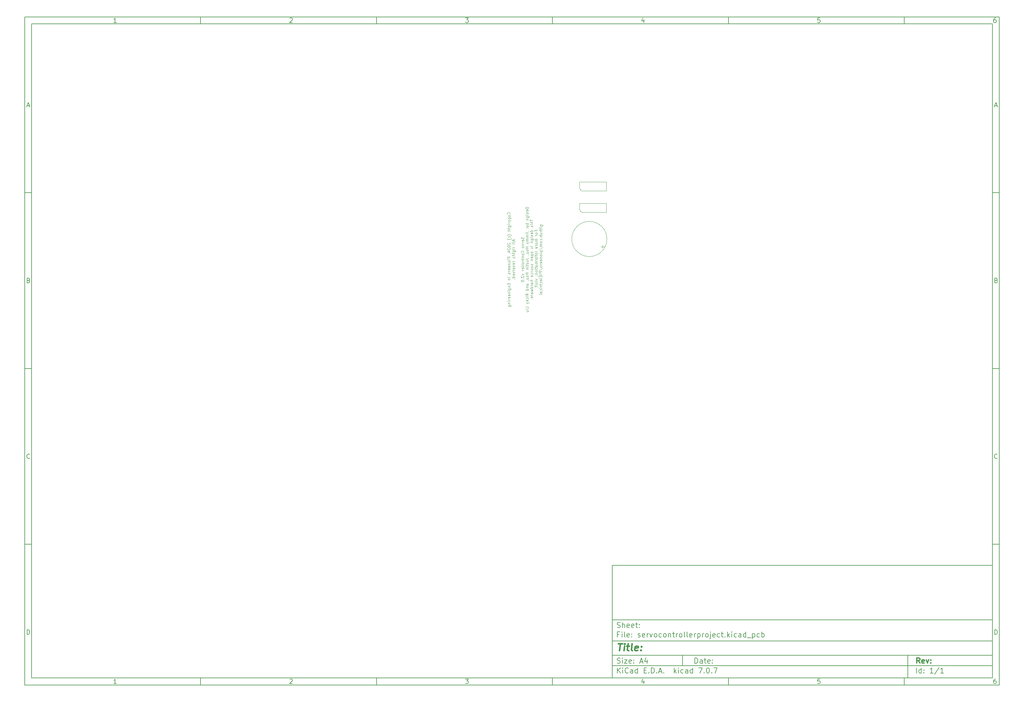
<source format=gbr>
%TF.GenerationSoftware,KiCad,Pcbnew,7.0.7*%
%TF.CreationDate,2024-02-01T17:54:51-08:00*%
%TF.ProjectId,servocontrollerproject,73657276-6f63-46f6-9e74-726f6c6c6572,rev?*%
%TF.SameCoordinates,Original*%
%TF.FileFunction,Legend,Bot*%
%TF.FilePolarity,Positive*%
%FSLAX46Y46*%
G04 Gerber Fmt 4.6, Leading zero omitted, Abs format (unit mm)*
G04 Created by KiCad (PCBNEW 7.0.7) date 2024-02-01 17:54:51*
%MOMM*%
%LPD*%
G01*
G04 APERTURE LIST*
%ADD10C,0.100000*%
%ADD11C,0.150000*%
%ADD12C,0.300000*%
%ADD13C,0.400000*%
G04 APERTURE END LIST*
D10*
D11*
X177002200Y-166007200D02*
X285002200Y-166007200D01*
X285002200Y-198007200D01*
X177002200Y-198007200D01*
X177002200Y-166007200D01*
D10*
D11*
X10000000Y-10000000D02*
X287002200Y-10000000D01*
X287002200Y-200007200D01*
X10000000Y-200007200D01*
X10000000Y-10000000D01*
D10*
D11*
X12000000Y-12000000D02*
X285002200Y-12000000D01*
X285002200Y-198007200D01*
X12000000Y-198007200D01*
X12000000Y-12000000D01*
D10*
D11*
X60000000Y-12000000D02*
X60000000Y-10000000D01*
D10*
D11*
X110000000Y-12000000D02*
X110000000Y-10000000D01*
D10*
D11*
X160000000Y-12000000D02*
X160000000Y-10000000D01*
D10*
D11*
X210000000Y-12000000D02*
X210000000Y-10000000D01*
D10*
D11*
X260000000Y-12000000D02*
X260000000Y-10000000D01*
D10*
D11*
X36089160Y-11593604D02*
X35346303Y-11593604D01*
X35717731Y-11593604D02*
X35717731Y-10293604D01*
X35717731Y-10293604D02*
X35593922Y-10479319D01*
X35593922Y-10479319D02*
X35470112Y-10603128D01*
X35470112Y-10603128D02*
X35346303Y-10665033D01*
D10*
D11*
X85346303Y-10417414D02*
X85408207Y-10355509D01*
X85408207Y-10355509D02*
X85532017Y-10293604D01*
X85532017Y-10293604D02*
X85841541Y-10293604D01*
X85841541Y-10293604D02*
X85965350Y-10355509D01*
X85965350Y-10355509D02*
X86027255Y-10417414D01*
X86027255Y-10417414D02*
X86089160Y-10541223D01*
X86089160Y-10541223D02*
X86089160Y-10665033D01*
X86089160Y-10665033D02*
X86027255Y-10850747D01*
X86027255Y-10850747D02*
X85284398Y-11593604D01*
X85284398Y-11593604D02*
X86089160Y-11593604D01*
D10*
D11*
X135284398Y-10293604D02*
X136089160Y-10293604D01*
X136089160Y-10293604D02*
X135655826Y-10788842D01*
X135655826Y-10788842D02*
X135841541Y-10788842D01*
X135841541Y-10788842D02*
X135965350Y-10850747D01*
X135965350Y-10850747D02*
X136027255Y-10912652D01*
X136027255Y-10912652D02*
X136089160Y-11036461D01*
X136089160Y-11036461D02*
X136089160Y-11345985D01*
X136089160Y-11345985D02*
X136027255Y-11469795D01*
X136027255Y-11469795D02*
X135965350Y-11531700D01*
X135965350Y-11531700D02*
X135841541Y-11593604D01*
X135841541Y-11593604D02*
X135470112Y-11593604D01*
X135470112Y-11593604D02*
X135346303Y-11531700D01*
X135346303Y-11531700D02*
X135284398Y-11469795D01*
D10*
D11*
X185965350Y-10726938D02*
X185965350Y-11593604D01*
X185655826Y-10231700D02*
X185346303Y-11160271D01*
X185346303Y-11160271D02*
X186151064Y-11160271D01*
D10*
D11*
X236027255Y-10293604D02*
X235408207Y-10293604D01*
X235408207Y-10293604D02*
X235346303Y-10912652D01*
X235346303Y-10912652D02*
X235408207Y-10850747D01*
X235408207Y-10850747D02*
X235532017Y-10788842D01*
X235532017Y-10788842D02*
X235841541Y-10788842D01*
X235841541Y-10788842D02*
X235965350Y-10850747D01*
X235965350Y-10850747D02*
X236027255Y-10912652D01*
X236027255Y-10912652D02*
X236089160Y-11036461D01*
X236089160Y-11036461D02*
X236089160Y-11345985D01*
X236089160Y-11345985D02*
X236027255Y-11469795D01*
X236027255Y-11469795D02*
X235965350Y-11531700D01*
X235965350Y-11531700D02*
X235841541Y-11593604D01*
X235841541Y-11593604D02*
X235532017Y-11593604D01*
X235532017Y-11593604D02*
X235408207Y-11531700D01*
X235408207Y-11531700D02*
X235346303Y-11469795D01*
D10*
D11*
X285965350Y-10293604D02*
X285717731Y-10293604D01*
X285717731Y-10293604D02*
X285593922Y-10355509D01*
X285593922Y-10355509D02*
X285532017Y-10417414D01*
X285532017Y-10417414D02*
X285408207Y-10603128D01*
X285408207Y-10603128D02*
X285346303Y-10850747D01*
X285346303Y-10850747D02*
X285346303Y-11345985D01*
X285346303Y-11345985D02*
X285408207Y-11469795D01*
X285408207Y-11469795D02*
X285470112Y-11531700D01*
X285470112Y-11531700D02*
X285593922Y-11593604D01*
X285593922Y-11593604D02*
X285841541Y-11593604D01*
X285841541Y-11593604D02*
X285965350Y-11531700D01*
X285965350Y-11531700D02*
X286027255Y-11469795D01*
X286027255Y-11469795D02*
X286089160Y-11345985D01*
X286089160Y-11345985D02*
X286089160Y-11036461D01*
X286089160Y-11036461D02*
X286027255Y-10912652D01*
X286027255Y-10912652D02*
X285965350Y-10850747D01*
X285965350Y-10850747D02*
X285841541Y-10788842D01*
X285841541Y-10788842D02*
X285593922Y-10788842D01*
X285593922Y-10788842D02*
X285470112Y-10850747D01*
X285470112Y-10850747D02*
X285408207Y-10912652D01*
X285408207Y-10912652D02*
X285346303Y-11036461D01*
D10*
D11*
X60000000Y-198007200D02*
X60000000Y-200007200D01*
D10*
D11*
X110000000Y-198007200D02*
X110000000Y-200007200D01*
D10*
D11*
X160000000Y-198007200D02*
X160000000Y-200007200D01*
D10*
D11*
X210000000Y-198007200D02*
X210000000Y-200007200D01*
D10*
D11*
X260000000Y-198007200D02*
X260000000Y-200007200D01*
D10*
D11*
X36089160Y-199600804D02*
X35346303Y-199600804D01*
X35717731Y-199600804D02*
X35717731Y-198300804D01*
X35717731Y-198300804D02*
X35593922Y-198486519D01*
X35593922Y-198486519D02*
X35470112Y-198610328D01*
X35470112Y-198610328D02*
X35346303Y-198672233D01*
D10*
D11*
X85346303Y-198424614D02*
X85408207Y-198362709D01*
X85408207Y-198362709D02*
X85532017Y-198300804D01*
X85532017Y-198300804D02*
X85841541Y-198300804D01*
X85841541Y-198300804D02*
X85965350Y-198362709D01*
X85965350Y-198362709D02*
X86027255Y-198424614D01*
X86027255Y-198424614D02*
X86089160Y-198548423D01*
X86089160Y-198548423D02*
X86089160Y-198672233D01*
X86089160Y-198672233D02*
X86027255Y-198857947D01*
X86027255Y-198857947D02*
X85284398Y-199600804D01*
X85284398Y-199600804D02*
X86089160Y-199600804D01*
D10*
D11*
X135284398Y-198300804D02*
X136089160Y-198300804D01*
X136089160Y-198300804D02*
X135655826Y-198796042D01*
X135655826Y-198796042D02*
X135841541Y-198796042D01*
X135841541Y-198796042D02*
X135965350Y-198857947D01*
X135965350Y-198857947D02*
X136027255Y-198919852D01*
X136027255Y-198919852D02*
X136089160Y-199043661D01*
X136089160Y-199043661D02*
X136089160Y-199353185D01*
X136089160Y-199353185D02*
X136027255Y-199476995D01*
X136027255Y-199476995D02*
X135965350Y-199538900D01*
X135965350Y-199538900D02*
X135841541Y-199600804D01*
X135841541Y-199600804D02*
X135470112Y-199600804D01*
X135470112Y-199600804D02*
X135346303Y-199538900D01*
X135346303Y-199538900D02*
X135284398Y-199476995D01*
D10*
D11*
X185965350Y-198734138D02*
X185965350Y-199600804D01*
X185655826Y-198238900D02*
X185346303Y-199167471D01*
X185346303Y-199167471D02*
X186151064Y-199167471D01*
D10*
D11*
X236027255Y-198300804D02*
X235408207Y-198300804D01*
X235408207Y-198300804D02*
X235346303Y-198919852D01*
X235346303Y-198919852D02*
X235408207Y-198857947D01*
X235408207Y-198857947D02*
X235532017Y-198796042D01*
X235532017Y-198796042D02*
X235841541Y-198796042D01*
X235841541Y-198796042D02*
X235965350Y-198857947D01*
X235965350Y-198857947D02*
X236027255Y-198919852D01*
X236027255Y-198919852D02*
X236089160Y-199043661D01*
X236089160Y-199043661D02*
X236089160Y-199353185D01*
X236089160Y-199353185D02*
X236027255Y-199476995D01*
X236027255Y-199476995D02*
X235965350Y-199538900D01*
X235965350Y-199538900D02*
X235841541Y-199600804D01*
X235841541Y-199600804D02*
X235532017Y-199600804D01*
X235532017Y-199600804D02*
X235408207Y-199538900D01*
X235408207Y-199538900D02*
X235346303Y-199476995D01*
D10*
D11*
X285965350Y-198300804D02*
X285717731Y-198300804D01*
X285717731Y-198300804D02*
X285593922Y-198362709D01*
X285593922Y-198362709D02*
X285532017Y-198424614D01*
X285532017Y-198424614D02*
X285408207Y-198610328D01*
X285408207Y-198610328D02*
X285346303Y-198857947D01*
X285346303Y-198857947D02*
X285346303Y-199353185D01*
X285346303Y-199353185D02*
X285408207Y-199476995D01*
X285408207Y-199476995D02*
X285470112Y-199538900D01*
X285470112Y-199538900D02*
X285593922Y-199600804D01*
X285593922Y-199600804D02*
X285841541Y-199600804D01*
X285841541Y-199600804D02*
X285965350Y-199538900D01*
X285965350Y-199538900D02*
X286027255Y-199476995D01*
X286027255Y-199476995D02*
X286089160Y-199353185D01*
X286089160Y-199353185D02*
X286089160Y-199043661D01*
X286089160Y-199043661D02*
X286027255Y-198919852D01*
X286027255Y-198919852D02*
X285965350Y-198857947D01*
X285965350Y-198857947D02*
X285841541Y-198796042D01*
X285841541Y-198796042D02*
X285593922Y-198796042D01*
X285593922Y-198796042D02*
X285470112Y-198857947D01*
X285470112Y-198857947D02*
X285408207Y-198919852D01*
X285408207Y-198919852D02*
X285346303Y-199043661D01*
D10*
D11*
X10000000Y-60000000D02*
X12000000Y-60000000D01*
D10*
D11*
X10000000Y-110000000D02*
X12000000Y-110000000D01*
D10*
D11*
X10000000Y-160000000D02*
X12000000Y-160000000D01*
D10*
D11*
X10690476Y-35222176D02*
X11309523Y-35222176D01*
X10566666Y-35593604D02*
X10999999Y-34293604D01*
X10999999Y-34293604D02*
X11433333Y-35593604D01*
D10*
D11*
X11092857Y-84912652D02*
X11278571Y-84974557D01*
X11278571Y-84974557D02*
X11340476Y-85036461D01*
X11340476Y-85036461D02*
X11402380Y-85160271D01*
X11402380Y-85160271D02*
X11402380Y-85345985D01*
X11402380Y-85345985D02*
X11340476Y-85469795D01*
X11340476Y-85469795D02*
X11278571Y-85531700D01*
X11278571Y-85531700D02*
X11154761Y-85593604D01*
X11154761Y-85593604D02*
X10659523Y-85593604D01*
X10659523Y-85593604D02*
X10659523Y-84293604D01*
X10659523Y-84293604D02*
X11092857Y-84293604D01*
X11092857Y-84293604D02*
X11216666Y-84355509D01*
X11216666Y-84355509D02*
X11278571Y-84417414D01*
X11278571Y-84417414D02*
X11340476Y-84541223D01*
X11340476Y-84541223D02*
X11340476Y-84665033D01*
X11340476Y-84665033D02*
X11278571Y-84788842D01*
X11278571Y-84788842D02*
X11216666Y-84850747D01*
X11216666Y-84850747D02*
X11092857Y-84912652D01*
X11092857Y-84912652D02*
X10659523Y-84912652D01*
D10*
D11*
X11402380Y-135469795D02*
X11340476Y-135531700D01*
X11340476Y-135531700D02*
X11154761Y-135593604D01*
X11154761Y-135593604D02*
X11030952Y-135593604D01*
X11030952Y-135593604D02*
X10845238Y-135531700D01*
X10845238Y-135531700D02*
X10721428Y-135407890D01*
X10721428Y-135407890D02*
X10659523Y-135284080D01*
X10659523Y-135284080D02*
X10597619Y-135036461D01*
X10597619Y-135036461D02*
X10597619Y-134850747D01*
X10597619Y-134850747D02*
X10659523Y-134603128D01*
X10659523Y-134603128D02*
X10721428Y-134479319D01*
X10721428Y-134479319D02*
X10845238Y-134355509D01*
X10845238Y-134355509D02*
X11030952Y-134293604D01*
X11030952Y-134293604D02*
X11154761Y-134293604D01*
X11154761Y-134293604D02*
X11340476Y-134355509D01*
X11340476Y-134355509D02*
X11402380Y-134417414D01*
D10*
D11*
X10659523Y-185593604D02*
X10659523Y-184293604D01*
X10659523Y-184293604D02*
X10969047Y-184293604D01*
X10969047Y-184293604D02*
X11154761Y-184355509D01*
X11154761Y-184355509D02*
X11278571Y-184479319D01*
X11278571Y-184479319D02*
X11340476Y-184603128D01*
X11340476Y-184603128D02*
X11402380Y-184850747D01*
X11402380Y-184850747D02*
X11402380Y-185036461D01*
X11402380Y-185036461D02*
X11340476Y-185284080D01*
X11340476Y-185284080D02*
X11278571Y-185407890D01*
X11278571Y-185407890D02*
X11154761Y-185531700D01*
X11154761Y-185531700D02*
X10969047Y-185593604D01*
X10969047Y-185593604D02*
X10659523Y-185593604D01*
D10*
D11*
X287002200Y-60000000D02*
X285002200Y-60000000D01*
D10*
D11*
X287002200Y-110000000D02*
X285002200Y-110000000D01*
D10*
D11*
X287002200Y-160000000D02*
X285002200Y-160000000D01*
D10*
D11*
X285692676Y-35222176D02*
X286311723Y-35222176D01*
X285568866Y-35593604D02*
X286002199Y-34293604D01*
X286002199Y-34293604D02*
X286435533Y-35593604D01*
D10*
D11*
X286095057Y-84912652D02*
X286280771Y-84974557D01*
X286280771Y-84974557D02*
X286342676Y-85036461D01*
X286342676Y-85036461D02*
X286404580Y-85160271D01*
X286404580Y-85160271D02*
X286404580Y-85345985D01*
X286404580Y-85345985D02*
X286342676Y-85469795D01*
X286342676Y-85469795D02*
X286280771Y-85531700D01*
X286280771Y-85531700D02*
X286156961Y-85593604D01*
X286156961Y-85593604D02*
X285661723Y-85593604D01*
X285661723Y-85593604D02*
X285661723Y-84293604D01*
X285661723Y-84293604D02*
X286095057Y-84293604D01*
X286095057Y-84293604D02*
X286218866Y-84355509D01*
X286218866Y-84355509D02*
X286280771Y-84417414D01*
X286280771Y-84417414D02*
X286342676Y-84541223D01*
X286342676Y-84541223D02*
X286342676Y-84665033D01*
X286342676Y-84665033D02*
X286280771Y-84788842D01*
X286280771Y-84788842D02*
X286218866Y-84850747D01*
X286218866Y-84850747D02*
X286095057Y-84912652D01*
X286095057Y-84912652D02*
X285661723Y-84912652D01*
D10*
D11*
X286404580Y-135469795D02*
X286342676Y-135531700D01*
X286342676Y-135531700D02*
X286156961Y-135593604D01*
X286156961Y-135593604D02*
X286033152Y-135593604D01*
X286033152Y-135593604D02*
X285847438Y-135531700D01*
X285847438Y-135531700D02*
X285723628Y-135407890D01*
X285723628Y-135407890D02*
X285661723Y-135284080D01*
X285661723Y-135284080D02*
X285599819Y-135036461D01*
X285599819Y-135036461D02*
X285599819Y-134850747D01*
X285599819Y-134850747D02*
X285661723Y-134603128D01*
X285661723Y-134603128D02*
X285723628Y-134479319D01*
X285723628Y-134479319D02*
X285847438Y-134355509D01*
X285847438Y-134355509D02*
X286033152Y-134293604D01*
X286033152Y-134293604D02*
X286156961Y-134293604D01*
X286156961Y-134293604D02*
X286342676Y-134355509D01*
X286342676Y-134355509D02*
X286404580Y-134417414D01*
D10*
D11*
X285661723Y-185593604D02*
X285661723Y-184293604D01*
X285661723Y-184293604D02*
X285971247Y-184293604D01*
X285971247Y-184293604D02*
X286156961Y-184355509D01*
X286156961Y-184355509D02*
X286280771Y-184479319D01*
X286280771Y-184479319D02*
X286342676Y-184603128D01*
X286342676Y-184603128D02*
X286404580Y-184850747D01*
X286404580Y-184850747D02*
X286404580Y-185036461D01*
X286404580Y-185036461D02*
X286342676Y-185284080D01*
X286342676Y-185284080D02*
X286280771Y-185407890D01*
X286280771Y-185407890D02*
X286156961Y-185531700D01*
X286156961Y-185531700D02*
X285971247Y-185593604D01*
X285971247Y-185593604D02*
X285661723Y-185593604D01*
D10*
D11*
X200458026Y-193793328D02*
X200458026Y-192293328D01*
X200458026Y-192293328D02*
X200815169Y-192293328D01*
X200815169Y-192293328D02*
X201029455Y-192364757D01*
X201029455Y-192364757D02*
X201172312Y-192507614D01*
X201172312Y-192507614D02*
X201243741Y-192650471D01*
X201243741Y-192650471D02*
X201315169Y-192936185D01*
X201315169Y-192936185D02*
X201315169Y-193150471D01*
X201315169Y-193150471D02*
X201243741Y-193436185D01*
X201243741Y-193436185D02*
X201172312Y-193579042D01*
X201172312Y-193579042D02*
X201029455Y-193721900D01*
X201029455Y-193721900D02*
X200815169Y-193793328D01*
X200815169Y-193793328D02*
X200458026Y-193793328D01*
X202600884Y-193793328D02*
X202600884Y-193007614D01*
X202600884Y-193007614D02*
X202529455Y-192864757D01*
X202529455Y-192864757D02*
X202386598Y-192793328D01*
X202386598Y-192793328D02*
X202100884Y-192793328D01*
X202100884Y-192793328D02*
X201958026Y-192864757D01*
X202600884Y-193721900D02*
X202458026Y-193793328D01*
X202458026Y-193793328D02*
X202100884Y-193793328D01*
X202100884Y-193793328D02*
X201958026Y-193721900D01*
X201958026Y-193721900D02*
X201886598Y-193579042D01*
X201886598Y-193579042D02*
X201886598Y-193436185D01*
X201886598Y-193436185D02*
X201958026Y-193293328D01*
X201958026Y-193293328D02*
X202100884Y-193221900D01*
X202100884Y-193221900D02*
X202458026Y-193221900D01*
X202458026Y-193221900D02*
X202600884Y-193150471D01*
X203100884Y-192793328D02*
X203672312Y-192793328D01*
X203315169Y-192293328D02*
X203315169Y-193579042D01*
X203315169Y-193579042D02*
X203386598Y-193721900D01*
X203386598Y-193721900D02*
X203529455Y-193793328D01*
X203529455Y-193793328D02*
X203672312Y-193793328D01*
X204743741Y-193721900D02*
X204600884Y-193793328D01*
X204600884Y-193793328D02*
X204315170Y-193793328D01*
X204315170Y-193793328D02*
X204172312Y-193721900D01*
X204172312Y-193721900D02*
X204100884Y-193579042D01*
X204100884Y-193579042D02*
X204100884Y-193007614D01*
X204100884Y-193007614D02*
X204172312Y-192864757D01*
X204172312Y-192864757D02*
X204315170Y-192793328D01*
X204315170Y-192793328D02*
X204600884Y-192793328D01*
X204600884Y-192793328D02*
X204743741Y-192864757D01*
X204743741Y-192864757D02*
X204815170Y-193007614D01*
X204815170Y-193007614D02*
X204815170Y-193150471D01*
X204815170Y-193150471D02*
X204100884Y-193293328D01*
X205458026Y-193650471D02*
X205529455Y-193721900D01*
X205529455Y-193721900D02*
X205458026Y-193793328D01*
X205458026Y-193793328D02*
X205386598Y-193721900D01*
X205386598Y-193721900D02*
X205458026Y-193650471D01*
X205458026Y-193650471D02*
X205458026Y-193793328D01*
X205458026Y-192864757D02*
X205529455Y-192936185D01*
X205529455Y-192936185D02*
X205458026Y-193007614D01*
X205458026Y-193007614D02*
X205386598Y-192936185D01*
X205386598Y-192936185D02*
X205458026Y-192864757D01*
X205458026Y-192864757D02*
X205458026Y-193007614D01*
D10*
D11*
X177002200Y-194507200D02*
X285002200Y-194507200D01*
D10*
D11*
X178458026Y-196593328D02*
X178458026Y-195093328D01*
X179315169Y-196593328D02*
X178672312Y-195736185D01*
X179315169Y-195093328D02*
X178458026Y-195950471D01*
X179958026Y-196593328D02*
X179958026Y-195593328D01*
X179958026Y-195093328D02*
X179886598Y-195164757D01*
X179886598Y-195164757D02*
X179958026Y-195236185D01*
X179958026Y-195236185D02*
X180029455Y-195164757D01*
X180029455Y-195164757D02*
X179958026Y-195093328D01*
X179958026Y-195093328D02*
X179958026Y-195236185D01*
X181529455Y-196450471D02*
X181458027Y-196521900D01*
X181458027Y-196521900D02*
X181243741Y-196593328D01*
X181243741Y-196593328D02*
X181100884Y-196593328D01*
X181100884Y-196593328D02*
X180886598Y-196521900D01*
X180886598Y-196521900D02*
X180743741Y-196379042D01*
X180743741Y-196379042D02*
X180672312Y-196236185D01*
X180672312Y-196236185D02*
X180600884Y-195950471D01*
X180600884Y-195950471D02*
X180600884Y-195736185D01*
X180600884Y-195736185D02*
X180672312Y-195450471D01*
X180672312Y-195450471D02*
X180743741Y-195307614D01*
X180743741Y-195307614D02*
X180886598Y-195164757D01*
X180886598Y-195164757D02*
X181100884Y-195093328D01*
X181100884Y-195093328D02*
X181243741Y-195093328D01*
X181243741Y-195093328D02*
X181458027Y-195164757D01*
X181458027Y-195164757D02*
X181529455Y-195236185D01*
X182815170Y-196593328D02*
X182815170Y-195807614D01*
X182815170Y-195807614D02*
X182743741Y-195664757D01*
X182743741Y-195664757D02*
X182600884Y-195593328D01*
X182600884Y-195593328D02*
X182315170Y-195593328D01*
X182315170Y-195593328D02*
X182172312Y-195664757D01*
X182815170Y-196521900D02*
X182672312Y-196593328D01*
X182672312Y-196593328D02*
X182315170Y-196593328D01*
X182315170Y-196593328D02*
X182172312Y-196521900D01*
X182172312Y-196521900D02*
X182100884Y-196379042D01*
X182100884Y-196379042D02*
X182100884Y-196236185D01*
X182100884Y-196236185D02*
X182172312Y-196093328D01*
X182172312Y-196093328D02*
X182315170Y-196021900D01*
X182315170Y-196021900D02*
X182672312Y-196021900D01*
X182672312Y-196021900D02*
X182815170Y-195950471D01*
X184172313Y-196593328D02*
X184172313Y-195093328D01*
X184172313Y-196521900D02*
X184029455Y-196593328D01*
X184029455Y-196593328D02*
X183743741Y-196593328D01*
X183743741Y-196593328D02*
X183600884Y-196521900D01*
X183600884Y-196521900D02*
X183529455Y-196450471D01*
X183529455Y-196450471D02*
X183458027Y-196307614D01*
X183458027Y-196307614D02*
X183458027Y-195879042D01*
X183458027Y-195879042D02*
X183529455Y-195736185D01*
X183529455Y-195736185D02*
X183600884Y-195664757D01*
X183600884Y-195664757D02*
X183743741Y-195593328D01*
X183743741Y-195593328D02*
X184029455Y-195593328D01*
X184029455Y-195593328D02*
X184172313Y-195664757D01*
X186029455Y-195807614D02*
X186529455Y-195807614D01*
X186743741Y-196593328D02*
X186029455Y-196593328D01*
X186029455Y-196593328D02*
X186029455Y-195093328D01*
X186029455Y-195093328D02*
X186743741Y-195093328D01*
X187386598Y-196450471D02*
X187458027Y-196521900D01*
X187458027Y-196521900D02*
X187386598Y-196593328D01*
X187386598Y-196593328D02*
X187315170Y-196521900D01*
X187315170Y-196521900D02*
X187386598Y-196450471D01*
X187386598Y-196450471D02*
X187386598Y-196593328D01*
X188100884Y-196593328D02*
X188100884Y-195093328D01*
X188100884Y-195093328D02*
X188458027Y-195093328D01*
X188458027Y-195093328D02*
X188672313Y-195164757D01*
X188672313Y-195164757D02*
X188815170Y-195307614D01*
X188815170Y-195307614D02*
X188886599Y-195450471D01*
X188886599Y-195450471D02*
X188958027Y-195736185D01*
X188958027Y-195736185D02*
X188958027Y-195950471D01*
X188958027Y-195950471D02*
X188886599Y-196236185D01*
X188886599Y-196236185D02*
X188815170Y-196379042D01*
X188815170Y-196379042D02*
X188672313Y-196521900D01*
X188672313Y-196521900D02*
X188458027Y-196593328D01*
X188458027Y-196593328D02*
X188100884Y-196593328D01*
X189600884Y-196450471D02*
X189672313Y-196521900D01*
X189672313Y-196521900D02*
X189600884Y-196593328D01*
X189600884Y-196593328D02*
X189529456Y-196521900D01*
X189529456Y-196521900D02*
X189600884Y-196450471D01*
X189600884Y-196450471D02*
X189600884Y-196593328D01*
X190243742Y-196164757D02*
X190958028Y-196164757D01*
X190100885Y-196593328D02*
X190600885Y-195093328D01*
X190600885Y-195093328D02*
X191100885Y-196593328D01*
X191600884Y-196450471D02*
X191672313Y-196521900D01*
X191672313Y-196521900D02*
X191600884Y-196593328D01*
X191600884Y-196593328D02*
X191529456Y-196521900D01*
X191529456Y-196521900D02*
X191600884Y-196450471D01*
X191600884Y-196450471D02*
X191600884Y-196593328D01*
X194600884Y-196593328D02*
X194600884Y-195093328D01*
X194743742Y-196021900D02*
X195172313Y-196593328D01*
X195172313Y-195593328D02*
X194600884Y-196164757D01*
X195815170Y-196593328D02*
X195815170Y-195593328D01*
X195815170Y-195093328D02*
X195743742Y-195164757D01*
X195743742Y-195164757D02*
X195815170Y-195236185D01*
X195815170Y-195236185D02*
X195886599Y-195164757D01*
X195886599Y-195164757D02*
X195815170Y-195093328D01*
X195815170Y-195093328D02*
X195815170Y-195236185D01*
X197172314Y-196521900D02*
X197029456Y-196593328D01*
X197029456Y-196593328D02*
X196743742Y-196593328D01*
X196743742Y-196593328D02*
X196600885Y-196521900D01*
X196600885Y-196521900D02*
X196529456Y-196450471D01*
X196529456Y-196450471D02*
X196458028Y-196307614D01*
X196458028Y-196307614D02*
X196458028Y-195879042D01*
X196458028Y-195879042D02*
X196529456Y-195736185D01*
X196529456Y-195736185D02*
X196600885Y-195664757D01*
X196600885Y-195664757D02*
X196743742Y-195593328D01*
X196743742Y-195593328D02*
X197029456Y-195593328D01*
X197029456Y-195593328D02*
X197172314Y-195664757D01*
X198458028Y-196593328D02*
X198458028Y-195807614D01*
X198458028Y-195807614D02*
X198386599Y-195664757D01*
X198386599Y-195664757D02*
X198243742Y-195593328D01*
X198243742Y-195593328D02*
X197958028Y-195593328D01*
X197958028Y-195593328D02*
X197815170Y-195664757D01*
X198458028Y-196521900D02*
X198315170Y-196593328D01*
X198315170Y-196593328D02*
X197958028Y-196593328D01*
X197958028Y-196593328D02*
X197815170Y-196521900D01*
X197815170Y-196521900D02*
X197743742Y-196379042D01*
X197743742Y-196379042D02*
X197743742Y-196236185D01*
X197743742Y-196236185D02*
X197815170Y-196093328D01*
X197815170Y-196093328D02*
X197958028Y-196021900D01*
X197958028Y-196021900D02*
X198315170Y-196021900D01*
X198315170Y-196021900D02*
X198458028Y-195950471D01*
X199815171Y-196593328D02*
X199815171Y-195093328D01*
X199815171Y-196521900D02*
X199672313Y-196593328D01*
X199672313Y-196593328D02*
X199386599Y-196593328D01*
X199386599Y-196593328D02*
X199243742Y-196521900D01*
X199243742Y-196521900D02*
X199172313Y-196450471D01*
X199172313Y-196450471D02*
X199100885Y-196307614D01*
X199100885Y-196307614D02*
X199100885Y-195879042D01*
X199100885Y-195879042D02*
X199172313Y-195736185D01*
X199172313Y-195736185D02*
X199243742Y-195664757D01*
X199243742Y-195664757D02*
X199386599Y-195593328D01*
X199386599Y-195593328D02*
X199672313Y-195593328D01*
X199672313Y-195593328D02*
X199815171Y-195664757D01*
X201529456Y-195093328D02*
X202529456Y-195093328D01*
X202529456Y-195093328D02*
X201886599Y-196593328D01*
X203100884Y-196450471D02*
X203172313Y-196521900D01*
X203172313Y-196521900D02*
X203100884Y-196593328D01*
X203100884Y-196593328D02*
X203029456Y-196521900D01*
X203029456Y-196521900D02*
X203100884Y-196450471D01*
X203100884Y-196450471D02*
X203100884Y-196593328D01*
X204100885Y-195093328D02*
X204243742Y-195093328D01*
X204243742Y-195093328D02*
X204386599Y-195164757D01*
X204386599Y-195164757D02*
X204458028Y-195236185D01*
X204458028Y-195236185D02*
X204529456Y-195379042D01*
X204529456Y-195379042D02*
X204600885Y-195664757D01*
X204600885Y-195664757D02*
X204600885Y-196021900D01*
X204600885Y-196021900D02*
X204529456Y-196307614D01*
X204529456Y-196307614D02*
X204458028Y-196450471D01*
X204458028Y-196450471D02*
X204386599Y-196521900D01*
X204386599Y-196521900D02*
X204243742Y-196593328D01*
X204243742Y-196593328D02*
X204100885Y-196593328D01*
X204100885Y-196593328D02*
X203958028Y-196521900D01*
X203958028Y-196521900D02*
X203886599Y-196450471D01*
X203886599Y-196450471D02*
X203815170Y-196307614D01*
X203815170Y-196307614D02*
X203743742Y-196021900D01*
X203743742Y-196021900D02*
X203743742Y-195664757D01*
X203743742Y-195664757D02*
X203815170Y-195379042D01*
X203815170Y-195379042D02*
X203886599Y-195236185D01*
X203886599Y-195236185D02*
X203958028Y-195164757D01*
X203958028Y-195164757D02*
X204100885Y-195093328D01*
X205243741Y-196450471D02*
X205315170Y-196521900D01*
X205315170Y-196521900D02*
X205243741Y-196593328D01*
X205243741Y-196593328D02*
X205172313Y-196521900D01*
X205172313Y-196521900D02*
X205243741Y-196450471D01*
X205243741Y-196450471D02*
X205243741Y-196593328D01*
X205815170Y-195093328D02*
X206815170Y-195093328D01*
X206815170Y-195093328D02*
X206172313Y-196593328D01*
D10*
D11*
X177002200Y-191507200D02*
X285002200Y-191507200D01*
D10*
D12*
X264413853Y-193785528D02*
X263913853Y-193071242D01*
X263556710Y-193785528D02*
X263556710Y-192285528D01*
X263556710Y-192285528D02*
X264128139Y-192285528D01*
X264128139Y-192285528D02*
X264270996Y-192356957D01*
X264270996Y-192356957D02*
X264342425Y-192428385D01*
X264342425Y-192428385D02*
X264413853Y-192571242D01*
X264413853Y-192571242D02*
X264413853Y-192785528D01*
X264413853Y-192785528D02*
X264342425Y-192928385D01*
X264342425Y-192928385D02*
X264270996Y-192999814D01*
X264270996Y-192999814D02*
X264128139Y-193071242D01*
X264128139Y-193071242D02*
X263556710Y-193071242D01*
X265628139Y-193714100D02*
X265485282Y-193785528D01*
X265485282Y-193785528D02*
X265199568Y-193785528D01*
X265199568Y-193785528D02*
X265056710Y-193714100D01*
X265056710Y-193714100D02*
X264985282Y-193571242D01*
X264985282Y-193571242D02*
X264985282Y-192999814D01*
X264985282Y-192999814D02*
X265056710Y-192856957D01*
X265056710Y-192856957D02*
X265199568Y-192785528D01*
X265199568Y-192785528D02*
X265485282Y-192785528D01*
X265485282Y-192785528D02*
X265628139Y-192856957D01*
X265628139Y-192856957D02*
X265699568Y-192999814D01*
X265699568Y-192999814D02*
X265699568Y-193142671D01*
X265699568Y-193142671D02*
X264985282Y-193285528D01*
X266199567Y-192785528D02*
X266556710Y-193785528D01*
X266556710Y-193785528D02*
X266913853Y-192785528D01*
X267485281Y-193642671D02*
X267556710Y-193714100D01*
X267556710Y-193714100D02*
X267485281Y-193785528D01*
X267485281Y-193785528D02*
X267413853Y-193714100D01*
X267413853Y-193714100D02*
X267485281Y-193642671D01*
X267485281Y-193642671D02*
X267485281Y-193785528D01*
X267485281Y-192856957D02*
X267556710Y-192928385D01*
X267556710Y-192928385D02*
X267485281Y-192999814D01*
X267485281Y-192999814D02*
X267413853Y-192928385D01*
X267413853Y-192928385D02*
X267485281Y-192856957D01*
X267485281Y-192856957D02*
X267485281Y-192999814D01*
D10*
D11*
X178386598Y-193721900D02*
X178600884Y-193793328D01*
X178600884Y-193793328D02*
X178958026Y-193793328D01*
X178958026Y-193793328D02*
X179100884Y-193721900D01*
X179100884Y-193721900D02*
X179172312Y-193650471D01*
X179172312Y-193650471D02*
X179243741Y-193507614D01*
X179243741Y-193507614D02*
X179243741Y-193364757D01*
X179243741Y-193364757D02*
X179172312Y-193221900D01*
X179172312Y-193221900D02*
X179100884Y-193150471D01*
X179100884Y-193150471D02*
X178958026Y-193079042D01*
X178958026Y-193079042D02*
X178672312Y-193007614D01*
X178672312Y-193007614D02*
X178529455Y-192936185D01*
X178529455Y-192936185D02*
X178458026Y-192864757D01*
X178458026Y-192864757D02*
X178386598Y-192721900D01*
X178386598Y-192721900D02*
X178386598Y-192579042D01*
X178386598Y-192579042D02*
X178458026Y-192436185D01*
X178458026Y-192436185D02*
X178529455Y-192364757D01*
X178529455Y-192364757D02*
X178672312Y-192293328D01*
X178672312Y-192293328D02*
X179029455Y-192293328D01*
X179029455Y-192293328D02*
X179243741Y-192364757D01*
X179886597Y-193793328D02*
X179886597Y-192793328D01*
X179886597Y-192293328D02*
X179815169Y-192364757D01*
X179815169Y-192364757D02*
X179886597Y-192436185D01*
X179886597Y-192436185D02*
X179958026Y-192364757D01*
X179958026Y-192364757D02*
X179886597Y-192293328D01*
X179886597Y-192293328D02*
X179886597Y-192436185D01*
X180458026Y-192793328D02*
X181243741Y-192793328D01*
X181243741Y-192793328D02*
X180458026Y-193793328D01*
X180458026Y-193793328D02*
X181243741Y-193793328D01*
X182386598Y-193721900D02*
X182243741Y-193793328D01*
X182243741Y-193793328D02*
X181958027Y-193793328D01*
X181958027Y-193793328D02*
X181815169Y-193721900D01*
X181815169Y-193721900D02*
X181743741Y-193579042D01*
X181743741Y-193579042D02*
X181743741Y-193007614D01*
X181743741Y-193007614D02*
X181815169Y-192864757D01*
X181815169Y-192864757D02*
X181958027Y-192793328D01*
X181958027Y-192793328D02*
X182243741Y-192793328D01*
X182243741Y-192793328D02*
X182386598Y-192864757D01*
X182386598Y-192864757D02*
X182458027Y-193007614D01*
X182458027Y-193007614D02*
X182458027Y-193150471D01*
X182458027Y-193150471D02*
X181743741Y-193293328D01*
X183100883Y-193650471D02*
X183172312Y-193721900D01*
X183172312Y-193721900D02*
X183100883Y-193793328D01*
X183100883Y-193793328D02*
X183029455Y-193721900D01*
X183029455Y-193721900D02*
X183100883Y-193650471D01*
X183100883Y-193650471D02*
X183100883Y-193793328D01*
X183100883Y-192864757D02*
X183172312Y-192936185D01*
X183172312Y-192936185D02*
X183100883Y-193007614D01*
X183100883Y-193007614D02*
X183029455Y-192936185D01*
X183029455Y-192936185D02*
X183100883Y-192864757D01*
X183100883Y-192864757D02*
X183100883Y-193007614D01*
X184886598Y-193364757D02*
X185600884Y-193364757D01*
X184743741Y-193793328D02*
X185243741Y-192293328D01*
X185243741Y-192293328D02*
X185743741Y-193793328D01*
X186886598Y-192793328D02*
X186886598Y-193793328D01*
X186529455Y-192221900D02*
X186172312Y-193293328D01*
X186172312Y-193293328D02*
X187100883Y-193293328D01*
D10*
D11*
X263458026Y-196593328D02*
X263458026Y-195093328D01*
X264815170Y-196593328D02*
X264815170Y-195093328D01*
X264815170Y-196521900D02*
X264672312Y-196593328D01*
X264672312Y-196593328D02*
X264386598Y-196593328D01*
X264386598Y-196593328D02*
X264243741Y-196521900D01*
X264243741Y-196521900D02*
X264172312Y-196450471D01*
X264172312Y-196450471D02*
X264100884Y-196307614D01*
X264100884Y-196307614D02*
X264100884Y-195879042D01*
X264100884Y-195879042D02*
X264172312Y-195736185D01*
X264172312Y-195736185D02*
X264243741Y-195664757D01*
X264243741Y-195664757D02*
X264386598Y-195593328D01*
X264386598Y-195593328D02*
X264672312Y-195593328D01*
X264672312Y-195593328D02*
X264815170Y-195664757D01*
X265529455Y-196450471D02*
X265600884Y-196521900D01*
X265600884Y-196521900D02*
X265529455Y-196593328D01*
X265529455Y-196593328D02*
X265458027Y-196521900D01*
X265458027Y-196521900D02*
X265529455Y-196450471D01*
X265529455Y-196450471D02*
X265529455Y-196593328D01*
X265529455Y-195664757D02*
X265600884Y-195736185D01*
X265600884Y-195736185D02*
X265529455Y-195807614D01*
X265529455Y-195807614D02*
X265458027Y-195736185D01*
X265458027Y-195736185D02*
X265529455Y-195664757D01*
X265529455Y-195664757D02*
X265529455Y-195807614D01*
X268172313Y-196593328D02*
X267315170Y-196593328D01*
X267743741Y-196593328D02*
X267743741Y-195093328D01*
X267743741Y-195093328D02*
X267600884Y-195307614D01*
X267600884Y-195307614D02*
X267458027Y-195450471D01*
X267458027Y-195450471D02*
X267315170Y-195521900D01*
X269886598Y-195021900D02*
X268600884Y-196950471D01*
X271172313Y-196593328D02*
X270315170Y-196593328D01*
X270743741Y-196593328D02*
X270743741Y-195093328D01*
X270743741Y-195093328D02*
X270600884Y-195307614D01*
X270600884Y-195307614D02*
X270458027Y-195450471D01*
X270458027Y-195450471D02*
X270315170Y-195521900D01*
D10*
D11*
X177002200Y-187507200D02*
X285002200Y-187507200D01*
D10*
D13*
X178693928Y-188211638D02*
X179836785Y-188211638D01*
X179015357Y-190211638D02*
X179265357Y-188211638D01*
X180253452Y-190211638D02*
X180420119Y-188878304D01*
X180503452Y-188211638D02*
X180396309Y-188306876D01*
X180396309Y-188306876D02*
X180479643Y-188402114D01*
X180479643Y-188402114D02*
X180586786Y-188306876D01*
X180586786Y-188306876D02*
X180503452Y-188211638D01*
X180503452Y-188211638D02*
X180479643Y-188402114D01*
X181086786Y-188878304D02*
X181848690Y-188878304D01*
X181455833Y-188211638D02*
X181241548Y-189925923D01*
X181241548Y-189925923D02*
X181312976Y-190116400D01*
X181312976Y-190116400D02*
X181491548Y-190211638D01*
X181491548Y-190211638D02*
X181682024Y-190211638D01*
X182634405Y-190211638D02*
X182455833Y-190116400D01*
X182455833Y-190116400D02*
X182384405Y-189925923D01*
X182384405Y-189925923D02*
X182598690Y-188211638D01*
X184170119Y-190116400D02*
X183967738Y-190211638D01*
X183967738Y-190211638D02*
X183586785Y-190211638D01*
X183586785Y-190211638D02*
X183408214Y-190116400D01*
X183408214Y-190116400D02*
X183336785Y-189925923D01*
X183336785Y-189925923D02*
X183432024Y-189164019D01*
X183432024Y-189164019D02*
X183551071Y-188973542D01*
X183551071Y-188973542D02*
X183753452Y-188878304D01*
X183753452Y-188878304D02*
X184134404Y-188878304D01*
X184134404Y-188878304D02*
X184312976Y-188973542D01*
X184312976Y-188973542D02*
X184384404Y-189164019D01*
X184384404Y-189164019D02*
X184360595Y-189354495D01*
X184360595Y-189354495D02*
X183384404Y-189544971D01*
X185134405Y-190021161D02*
X185217738Y-190116400D01*
X185217738Y-190116400D02*
X185110595Y-190211638D01*
X185110595Y-190211638D02*
X185027262Y-190116400D01*
X185027262Y-190116400D02*
X185134405Y-190021161D01*
X185134405Y-190021161D02*
X185110595Y-190211638D01*
X185265357Y-188973542D02*
X185348690Y-189068780D01*
X185348690Y-189068780D02*
X185241548Y-189164019D01*
X185241548Y-189164019D02*
X185158214Y-189068780D01*
X185158214Y-189068780D02*
X185265357Y-188973542D01*
X185265357Y-188973542D02*
X185241548Y-189164019D01*
D10*
D11*
X178958026Y-185607614D02*
X178458026Y-185607614D01*
X178458026Y-186393328D02*
X178458026Y-184893328D01*
X178458026Y-184893328D02*
X179172312Y-184893328D01*
X179743740Y-186393328D02*
X179743740Y-185393328D01*
X179743740Y-184893328D02*
X179672312Y-184964757D01*
X179672312Y-184964757D02*
X179743740Y-185036185D01*
X179743740Y-185036185D02*
X179815169Y-184964757D01*
X179815169Y-184964757D02*
X179743740Y-184893328D01*
X179743740Y-184893328D02*
X179743740Y-185036185D01*
X180672312Y-186393328D02*
X180529455Y-186321900D01*
X180529455Y-186321900D02*
X180458026Y-186179042D01*
X180458026Y-186179042D02*
X180458026Y-184893328D01*
X181815169Y-186321900D02*
X181672312Y-186393328D01*
X181672312Y-186393328D02*
X181386598Y-186393328D01*
X181386598Y-186393328D02*
X181243740Y-186321900D01*
X181243740Y-186321900D02*
X181172312Y-186179042D01*
X181172312Y-186179042D02*
X181172312Y-185607614D01*
X181172312Y-185607614D02*
X181243740Y-185464757D01*
X181243740Y-185464757D02*
X181386598Y-185393328D01*
X181386598Y-185393328D02*
X181672312Y-185393328D01*
X181672312Y-185393328D02*
X181815169Y-185464757D01*
X181815169Y-185464757D02*
X181886598Y-185607614D01*
X181886598Y-185607614D02*
X181886598Y-185750471D01*
X181886598Y-185750471D02*
X181172312Y-185893328D01*
X182529454Y-186250471D02*
X182600883Y-186321900D01*
X182600883Y-186321900D02*
X182529454Y-186393328D01*
X182529454Y-186393328D02*
X182458026Y-186321900D01*
X182458026Y-186321900D02*
X182529454Y-186250471D01*
X182529454Y-186250471D02*
X182529454Y-186393328D01*
X182529454Y-185464757D02*
X182600883Y-185536185D01*
X182600883Y-185536185D02*
X182529454Y-185607614D01*
X182529454Y-185607614D02*
X182458026Y-185536185D01*
X182458026Y-185536185D02*
X182529454Y-185464757D01*
X182529454Y-185464757D02*
X182529454Y-185607614D01*
X184315169Y-186321900D02*
X184458026Y-186393328D01*
X184458026Y-186393328D02*
X184743740Y-186393328D01*
X184743740Y-186393328D02*
X184886597Y-186321900D01*
X184886597Y-186321900D02*
X184958026Y-186179042D01*
X184958026Y-186179042D02*
X184958026Y-186107614D01*
X184958026Y-186107614D02*
X184886597Y-185964757D01*
X184886597Y-185964757D02*
X184743740Y-185893328D01*
X184743740Y-185893328D02*
X184529455Y-185893328D01*
X184529455Y-185893328D02*
X184386597Y-185821900D01*
X184386597Y-185821900D02*
X184315169Y-185679042D01*
X184315169Y-185679042D02*
X184315169Y-185607614D01*
X184315169Y-185607614D02*
X184386597Y-185464757D01*
X184386597Y-185464757D02*
X184529455Y-185393328D01*
X184529455Y-185393328D02*
X184743740Y-185393328D01*
X184743740Y-185393328D02*
X184886597Y-185464757D01*
X186172312Y-186321900D02*
X186029455Y-186393328D01*
X186029455Y-186393328D02*
X185743741Y-186393328D01*
X185743741Y-186393328D02*
X185600883Y-186321900D01*
X185600883Y-186321900D02*
X185529455Y-186179042D01*
X185529455Y-186179042D02*
X185529455Y-185607614D01*
X185529455Y-185607614D02*
X185600883Y-185464757D01*
X185600883Y-185464757D02*
X185743741Y-185393328D01*
X185743741Y-185393328D02*
X186029455Y-185393328D01*
X186029455Y-185393328D02*
X186172312Y-185464757D01*
X186172312Y-185464757D02*
X186243741Y-185607614D01*
X186243741Y-185607614D02*
X186243741Y-185750471D01*
X186243741Y-185750471D02*
X185529455Y-185893328D01*
X186886597Y-186393328D02*
X186886597Y-185393328D01*
X186886597Y-185679042D02*
X186958026Y-185536185D01*
X186958026Y-185536185D02*
X187029455Y-185464757D01*
X187029455Y-185464757D02*
X187172312Y-185393328D01*
X187172312Y-185393328D02*
X187315169Y-185393328D01*
X187672311Y-185393328D02*
X188029454Y-186393328D01*
X188029454Y-186393328D02*
X188386597Y-185393328D01*
X189172311Y-186393328D02*
X189029454Y-186321900D01*
X189029454Y-186321900D02*
X188958025Y-186250471D01*
X188958025Y-186250471D02*
X188886597Y-186107614D01*
X188886597Y-186107614D02*
X188886597Y-185679042D01*
X188886597Y-185679042D02*
X188958025Y-185536185D01*
X188958025Y-185536185D02*
X189029454Y-185464757D01*
X189029454Y-185464757D02*
X189172311Y-185393328D01*
X189172311Y-185393328D02*
X189386597Y-185393328D01*
X189386597Y-185393328D02*
X189529454Y-185464757D01*
X189529454Y-185464757D02*
X189600883Y-185536185D01*
X189600883Y-185536185D02*
X189672311Y-185679042D01*
X189672311Y-185679042D02*
X189672311Y-186107614D01*
X189672311Y-186107614D02*
X189600883Y-186250471D01*
X189600883Y-186250471D02*
X189529454Y-186321900D01*
X189529454Y-186321900D02*
X189386597Y-186393328D01*
X189386597Y-186393328D02*
X189172311Y-186393328D01*
X190958026Y-186321900D02*
X190815168Y-186393328D01*
X190815168Y-186393328D02*
X190529454Y-186393328D01*
X190529454Y-186393328D02*
X190386597Y-186321900D01*
X190386597Y-186321900D02*
X190315168Y-186250471D01*
X190315168Y-186250471D02*
X190243740Y-186107614D01*
X190243740Y-186107614D02*
X190243740Y-185679042D01*
X190243740Y-185679042D02*
X190315168Y-185536185D01*
X190315168Y-185536185D02*
X190386597Y-185464757D01*
X190386597Y-185464757D02*
X190529454Y-185393328D01*
X190529454Y-185393328D02*
X190815168Y-185393328D01*
X190815168Y-185393328D02*
X190958026Y-185464757D01*
X191815168Y-186393328D02*
X191672311Y-186321900D01*
X191672311Y-186321900D02*
X191600882Y-186250471D01*
X191600882Y-186250471D02*
X191529454Y-186107614D01*
X191529454Y-186107614D02*
X191529454Y-185679042D01*
X191529454Y-185679042D02*
X191600882Y-185536185D01*
X191600882Y-185536185D02*
X191672311Y-185464757D01*
X191672311Y-185464757D02*
X191815168Y-185393328D01*
X191815168Y-185393328D02*
X192029454Y-185393328D01*
X192029454Y-185393328D02*
X192172311Y-185464757D01*
X192172311Y-185464757D02*
X192243740Y-185536185D01*
X192243740Y-185536185D02*
X192315168Y-185679042D01*
X192315168Y-185679042D02*
X192315168Y-186107614D01*
X192315168Y-186107614D02*
X192243740Y-186250471D01*
X192243740Y-186250471D02*
X192172311Y-186321900D01*
X192172311Y-186321900D02*
X192029454Y-186393328D01*
X192029454Y-186393328D02*
X191815168Y-186393328D01*
X192958025Y-185393328D02*
X192958025Y-186393328D01*
X192958025Y-185536185D02*
X193029454Y-185464757D01*
X193029454Y-185464757D02*
X193172311Y-185393328D01*
X193172311Y-185393328D02*
X193386597Y-185393328D01*
X193386597Y-185393328D02*
X193529454Y-185464757D01*
X193529454Y-185464757D02*
X193600883Y-185607614D01*
X193600883Y-185607614D02*
X193600883Y-186393328D01*
X194100883Y-185393328D02*
X194672311Y-185393328D01*
X194315168Y-184893328D02*
X194315168Y-186179042D01*
X194315168Y-186179042D02*
X194386597Y-186321900D01*
X194386597Y-186321900D02*
X194529454Y-186393328D01*
X194529454Y-186393328D02*
X194672311Y-186393328D01*
X195172311Y-186393328D02*
X195172311Y-185393328D01*
X195172311Y-185679042D02*
X195243740Y-185536185D01*
X195243740Y-185536185D02*
X195315169Y-185464757D01*
X195315169Y-185464757D02*
X195458026Y-185393328D01*
X195458026Y-185393328D02*
X195600883Y-185393328D01*
X196315168Y-186393328D02*
X196172311Y-186321900D01*
X196172311Y-186321900D02*
X196100882Y-186250471D01*
X196100882Y-186250471D02*
X196029454Y-186107614D01*
X196029454Y-186107614D02*
X196029454Y-185679042D01*
X196029454Y-185679042D02*
X196100882Y-185536185D01*
X196100882Y-185536185D02*
X196172311Y-185464757D01*
X196172311Y-185464757D02*
X196315168Y-185393328D01*
X196315168Y-185393328D02*
X196529454Y-185393328D01*
X196529454Y-185393328D02*
X196672311Y-185464757D01*
X196672311Y-185464757D02*
X196743740Y-185536185D01*
X196743740Y-185536185D02*
X196815168Y-185679042D01*
X196815168Y-185679042D02*
X196815168Y-186107614D01*
X196815168Y-186107614D02*
X196743740Y-186250471D01*
X196743740Y-186250471D02*
X196672311Y-186321900D01*
X196672311Y-186321900D02*
X196529454Y-186393328D01*
X196529454Y-186393328D02*
X196315168Y-186393328D01*
X197672311Y-186393328D02*
X197529454Y-186321900D01*
X197529454Y-186321900D02*
X197458025Y-186179042D01*
X197458025Y-186179042D02*
X197458025Y-184893328D01*
X198458025Y-186393328D02*
X198315168Y-186321900D01*
X198315168Y-186321900D02*
X198243739Y-186179042D01*
X198243739Y-186179042D02*
X198243739Y-184893328D01*
X199600882Y-186321900D02*
X199458025Y-186393328D01*
X199458025Y-186393328D02*
X199172311Y-186393328D01*
X199172311Y-186393328D02*
X199029453Y-186321900D01*
X199029453Y-186321900D02*
X198958025Y-186179042D01*
X198958025Y-186179042D02*
X198958025Y-185607614D01*
X198958025Y-185607614D02*
X199029453Y-185464757D01*
X199029453Y-185464757D02*
X199172311Y-185393328D01*
X199172311Y-185393328D02*
X199458025Y-185393328D01*
X199458025Y-185393328D02*
X199600882Y-185464757D01*
X199600882Y-185464757D02*
X199672311Y-185607614D01*
X199672311Y-185607614D02*
X199672311Y-185750471D01*
X199672311Y-185750471D02*
X198958025Y-185893328D01*
X200315167Y-186393328D02*
X200315167Y-185393328D01*
X200315167Y-185679042D02*
X200386596Y-185536185D01*
X200386596Y-185536185D02*
X200458025Y-185464757D01*
X200458025Y-185464757D02*
X200600882Y-185393328D01*
X200600882Y-185393328D02*
X200743739Y-185393328D01*
X201243738Y-185393328D02*
X201243738Y-186893328D01*
X201243738Y-185464757D02*
X201386596Y-185393328D01*
X201386596Y-185393328D02*
X201672310Y-185393328D01*
X201672310Y-185393328D02*
X201815167Y-185464757D01*
X201815167Y-185464757D02*
X201886596Y-185536185D01*
X201886596Y-185536185D02*
X201958024Y-185679042D01*
X201958024Y-185679042D02*
X201958024Y-186107614D01*
X201958024Y-186107614D02*
X201886596Y-186250471D01*
X201886596Y-186250471D02*
X201815167Y-186321900D01*
X201815167Y-186321900D02*
X201672310Y-186393328D01*
X201672310Y-186393328D02*
X201386596Y-186393328D01*
X201386596Y-186393328D02*
X201243738Y-186321900D01*
X202600881Y-186393328D02*
X202600881Y-185393328D01*
X202600881Y-185679042D02*
X202672310Y-185536185D01*
X202672310Y-185536185D02*
X202743739Y-185464757D01*
X202743739Y-185464757D02*
X202886596Y-185393328D01*
X202886596Y-185393328D02*
X203029453Y-185393328D01*
X203743738Y-186393328D02*
X203600881Y-186321900D01*
X203600881Y-186321900D02*
X203529452Y-186250471D01*
X203529452Y-186250471D02*
X203458024Y-186107614D01*
X203458024Y-186107614D02*
X203458024Y-185679042D01*
X203458024Y-185679042D02*
X203529452Y-185536185D01*
X203529452Y-185536185D02*
X203600881Y-185464757D01*
X203600881Y-185464757D02*
X203743738Y-185393328D01*
X203743738Y-185393328D02*
X203958024Y-185393328D01*
X203958024Y-185393328D02*
X204100881Y-185464757D01*
X204100881Y-185464757D02*
X204172310Y-185536185D01*
X204172310Y-185536185D02*
X204243738Y-185679042D01*
X204243738Y-185679042D02*
X204243738Y-186107614D01*
X204243738Y-186107614D02*
X204172310Y-186250471D01*
X204172310Y-186250471D02*
X204100881Y-186321900D01*
X204100881Y-186321900D02*
X203958024Y-186393328D01*
X203958024Y-186393328D02*
X203743738Y-186393328D01*
X204886595Y-185393328D02*
X204886595Y-186679042D01*
X204886595Y-186679042D02*
X204815167Y-186821900D01*
X204815167Y-186821900D02*
X204672310Y-186893328D01*
X204672310Y-186893328D02*
X204600881Y-186893328D01*
X204886595Y-184893328D02*
X204815167Y-184964757D01*
X204815167Y-184964757D02*
X204886595Y-185036185D01*
X204886595Y-185036185D02*
X204958024Y-184964757D01*
X204958024Y-184964757D02*
X204886595Y-184893328D01*
X204886595Y-184893328D02*
X204886595Y-185036185D01*
X206172310Y-186321900D02*
X206029453Y-186393328D01*
X206029453Y-186393328D02*
X205743739Y-186393328D01*
X205743739Y-186393328D02*
X205600881Y-186321900D01*
X205600881Y-186321900D02*
X205529453Y-186179042D01*
X205529453Y-186179042D02*
X205529453Y-185607614D01*
X205529453Y-185607614D02*
X205600881Y-185464757D01*
X205600881Y-185464757D02*
X205743739Y-185393328D01*
X205743739Y-185393328D02*
X206029453Y-185393328D01*
X206029453Y-185393328D02*
X206172310Y-185464757D01*
X206172310Y-185464757D02*
X206243739Y-185607614D01*
X206243739Y-185607614D02*
X206243739Y-185750471D01*
X206243739Y-185750471D02*
X205529453Y-185893328D01*
X207529453Y-186321900D02*
X207386595Y-186393328D01*
X207386595Y-186393328D02*
X207100881Y-186393328D01*
X207100881Y-186393328D02*
X206958024Y-186321900D01*
X206958024Y-186321900D02*
X206886595Y-186250471D01*
X206886595Y-186250471D02*
X206815167Y-186107614D01*
X206815167Y-186107614D02*
X206815167Y-185679042D01*
X206815167Y-185679042D02*
X206886595Y-185536185D01*
X206886595Y-185536185D02*
X206958024Y-185464757D01*
X206958024Y-185464757D02*
X207100881Y-185393328D01*
X207100881Y-185393328D02*
X207386595Y-185393328D01*
X207386595Y-185393328D02*
X207529453Y-185464757D01*
X207958024Y-185393328D02*
X208529452Y-185393328D01*
X208172309Y-184893328D02*
X208172309Y-186179042D01*
X208172309Y-186179042D02*
X208243738Y-186321900D01*
X208243738Y-186321900D02*
X208386595Y-186393328D01*
X208386595Y-186393328D02*
X208529452Y-186393328D01*
X209029452Y-186250471D02*
X209100881Y-186321900D01*
X209100881Y-186321900D02*
X209029452Y-186393328D01*
X209029452Y-186393328D02*
X208958024Y-186321900D01*
X208958024Y-186321900D02*
X209029452Y-186250471D01*
X209029452Y-186250471D02*
X209029452Y-186393328D01*
X209743738Y-186393328D02*
X209743738Y-184893328D01*
X209886596Y-185821900D02*
X210315167Y-186393328D01*
X210315167Y-185393328D02*
X209743738Y-185964757D01*
X210958024Y-186393328D02*
X210958024Y-185393328D01*
X210958024Y-184893328D02*
X210886596Y-184964757D01*
X210886596Y-184964757D02*
X210958024Y-185036185D01*
X210958024Y-185036185D02*
X211029453Y-184964757D01*
X211029453Y-184964757D02*
X210958024Y-184893328D01*
X210958024Y-184893328D02*
X210958024Y-185036185D01*
X212315168Y-186321900D02*
X212172310Y-186393328D01*
X212172310Y-186393328D02*
X211886596Y-186393328D01*
X211886596Y-186393328D02*
X211743739Y-186321900D01*
X211743739Y-186321900D02*
X211672310Y-186250471D01*
X211672310Y-186250471D02*
X211600882Y-186107614D01*
X211600882Y-186107614D02*
X211600882Y-185679042D01*
X211600882Y-185679042D02*
X211672310Y-185536185D01*
X211672310Y-185536185D02*
X211743739Y-185464757D01*
X211743739Y-185464757D02*
X211886596Y-185393328D01*
X211886596Y-185393328D02*
X212172310Y-185393328D01*
X212172310Y-185393328D02*
X212315168Y-185464757D01*
X213600882Y-186393328D02*
X213600882Y-185607614D01*
X213600882Y-185607614D02*
X213529453Y-185464757D01*
X213529453Y-185464757D02*
X213386596Y-185393328D01*
X213386596Y-185393328D02*
X213100882Y-185393328D01*
X213100882Y-185393328D02*
X212958024Y-185464757D01*
X213600882Y-186321900D02*
X213458024Y-186393328D01*
X213458024Y-186393328D02*
X213100882Y-186393328D01*
X213100882Y-186393328D02*
X212958024Y-186321900D01*
X212958024Y-186321900D02*
X212886596Y-186179042D01*
X212886596Y-186179042D02*
X212886596Y-186036185D01*
X212886596Y-186036185D02*
X212958024Y-185893328D01*
X212958024Y-185893328D02*
X213100882Y-185821900D01*
X213100882Y-185821900D02*
X213458024Y-185821900D01*
X213458024Y-185821900D02*
X213600882Y-185750471D01*
X214958025Y-186393328D02*
X214958025Y-184893328D01*
X214958025Y-186321900D02*
X214815167Y-186393328D01*
X214815167Y-186393328D02*
X214529453Y-186393328D01*
X214529453Y-186393328D02*
X214386596Y-186321900D01*
X214386596Y-186321900D02*
X214315167Y-186250471D01*
X214315167Y-186250471D02*
X214243739Y-186107614D01*
X214243739Y-186107614D02*
X214243739Y-185679042D01*
X214243739Y-185679042D02*
X214315167Y-185536185D01*
X214315167Y-185536185D02*
X214386596Y-185464757D01*
X214386596Y-185464757D02*
X214529453Y-185393328D01*
X214529453Y-185393328D02*
X214815167Y-185393328D01*
X214815167Y-185393328D02*
X214958025Y-185464757D01*
X215315168Y-186536185D02*
X216458025Y-186536185D01*
X216815167Y-185393328D02*
X216815167Y-186893328D01*
X216815167Y-185464757D02*
X216958025Y-185393328D01*
X216958025Y-185393328D02*
X217243739Y-185393328D01*
X217243739Y-185393328D02*
X217386596Y-185464757D01*
X217386596Y-185464757D02*
X217458025Y-185536185D01*
X217458025Y-185536185D02*
X217529453Y-185679042D01*
X217529453Y-185679042D02*
X217529453Y-186107614D01*
X217529453Y-186107614D02*
X217458025Y-186250471D01*
X217458025Y-186250471D02*
X217386596Y-186321900D01*
X217386596Y-186321900D02*
X217243739Y-186393328D01*
X217243739Y-186393328D02*
X216958025Y-186393328D01*
X216958025Y-186393328D02*
X216815167Y-186321900D01*
X218815168Y-186321900D02*
X218672310Y-186393328D01*
X218672310Y-186393328D02*
X218386596Y-186393328D01*
X218386596Y-186393328D02*
X218243739Y-186321900D01*
X218243739Y-186321900D02*
X218172310Y-186250471D01*
X218172310Y-186250471D02*
X218100882Y-186107614D01*
X218100882Y-186107614D02*
X218100882Y-185679042D01*
X218100882Y-185679042D02*
X218172310Y-185536185D01*
X218172310Y-185536185D02*
X218243739Y-185464757D01*
X218243739Y-185464757D02*
X218386596Y-185393328D01*
X218386596Y-185393328D02*
X218672310Y-185393328D01*
X218672310Y-185393328D02*
X218815168Y-185464757D01*
X219458024Y-186393328D02*
X219458024Y-184893328D01*
X219458024Y-185464757D02*
X219600882Y-185393328D01*
X219600882Y-185393328D02*
X219886596Y-185393328D01*
X219886596Y-185393328D02*
X220029453Y-185464757D01*
X220029453Y-185464757D02*
X220100882Y-185536185D01*
X220100882Y-185536185D02*
X220172310Y-185679042D01*
X220172310Y-185679042D02*
X220172310Y-186107614D01*
X220172310Y-186107614D02*
X220100882Y-186250471D01*
X220100882Y-186250471D02*
X220029453Y-186321900D01*
X220029453Y-186321900D02*
X219886596Y-186393328D01*
X219886596Y-186393328D02*
X219600882Y-186393328D01*
X219600882Y-186393328D02*
X219458024Y-186321900D01*
D10*
D11*
X177002200Y-181507200D02*
X285002200Y-181507200D01*
D10*
D11*
X178386598Y-183621900D02*
X178600884Y-183693328D01*
X178600884Y-183693328D02*
X178958026Y-183693328D01*
X178958026Y-183693328D02*
X179100884Y-183621900D01*
X179100884Y-183621900D02*
X179172312Y-183550471D01*
X179172312Y-183550471D02*
X179243741Y-183407614D01*
X179243741Y-183407614D02*
X179243741Y-183264757D01*
X179243741Y-183264757D02*
X179172312Y-183121900D01*
X179172312Y-183121900D02*
X179100884Y-183050471D01*
X179100884Y-183050471D02*
X178958026Y-182979042D01*
X178958026Y-182979042D02*
X178672312Y-182907614D01*
X178672312Y-182907614D02*
X178529455Y-182836185D01*
X178529455Y-182836185D02*
X178458026Y-182764757D01*
X178458026Y-182764757D02*
X178386598Y-182621900D01*
X178386598Y-182621900D02*
X178386598Y-182479042D01*
X178386598Y-182479042D02*
X178458026Y-182336185D01*
X178458026Y-182336185D02*
X178529455Y-182264757D01*
X178529455Y-182264757D02*
X178672312Y-182193328D01*
X178672312Y-182193328D02*
X179029455Y-182193328D01*
X179029455Y-182193328D02*
X179243741Y-182264757D01*
X179886597Y-183693328D02*
X179886597Y-182193328D01*
X180529455Y-183693328D02*
X180529455Y-182907614D01*
X180529455Y-182907614D02*
X180458026Y-182764757D01*
X180458026Y-182764757D02*
X180315169Y-182693328D01*
X180315169Y-182693328D02*
X180100883Y-182693328D01*
X180100883Y-182693328D02*
X179958026Y-182764757D01*
X179958026Y-182764757D02*
X179886597Y-182836185D01*
X181815169Y-183621900D02*
X181672312Y-183693328D01*
X181672312Y-183693328D02*
X181386598Y-183693328D01*
X181386598Y-183693328D02*
X181243740Y-183621900D01*
X181243740Y-183621900D02*
X181172312Y-183479042D01*
X181172312Y-183479042D02*
X181172312Y-182907614D01*
X181172312Y-182907614D02*
X181243740Y-182764757D01*
X181243740Y-182764757D02*
X181386598Y-182693328D01*
X181386598Y-182693328D02*
X181672312Y-182693328D01*
X181672312Y-182693328D02*
X181815169Y-182764757D01*
X181815169Y-182764757D02*
X181886598Y-182907614D01*
X181886598Y-182907614D02*
X181886598Y-183050471D01*
X181886598Y-183050471D02*
X181172312Y-183193328D01*
X183100883Y-183621900D02*
X182958026Y-183693328D01*
X182958026Y-183693328D02*
X182672312Y-183693328D01*
X182672312Y-183693328D02*
X182529454Y-183621900D01*
X182529454Y-183621900D02*
X182458026Y-183479042D01*
X182458026Y-183479042D02*
X182458026Y-182907614D01*
X182458026Y-182907614D02*
X182529454Y-182764757D01*
X182529454Y-182764757D02*
X182672312Y-182693328D01*
X182672312Y-182693328D02*
X182958026Y-182693328D01*
X182958026Y-182693328D02*
X183100883Y-182764757D01*
X183100883Y-182764757D02*
X183172312Y-182907614D01*
X183172312Y-182907614D02*
X183172312Y-183050471D01*
X183172312Y-183050471D02*
X182458026Y-183193328D01*
X183600883Y-182693328D02*
X184172311Y-182693328D01*
X183815168Y-182193328D02*
X183815168Y-183479042D01*
X183815168Y-183479042D02*
X183886597Y-183621900D01*
X183886597Y-183621900D02*
X184029454Y-183693328D01*
X184029454Y-183693328D02*
X184172311Y-183693328D01*
X184672311Y-183550471D02*
X184743740Y-183621900D01*
X184743740Y-183621900D02*
X184672311Y-183693328D01*
X184672311Y-183693328D02*
X184600883Y-183621900D01*
X184600883Y-183621900D02*
X184672311Y-183550471D01*
X184672311Y-183550471D02*
X184672311Y-183693328D01*
X184672311Y-182764757D02*
X184743740Y-182836185D01*
X184743740Y-182836185D02*
X184672311Y-182907614D01*
X184672311Y-182907614D02*
X184600883Y-182836185D01*
X184600883Y-182836185D02*
X184672311Y-182764757D01*
X184672311Y-182764757D02*
X184672311Y-182907614D01*
D10*
D12*
D10*
D11*
D10*
D11*
D10*
D11*
D10*
D11*
D10*
D11*
X197002200Y-191507200D02*
X197002200Y-194507200D01*
D10*
D11*
X261002200Y-191507200D02*
X261002200Y-198007200D01*
D10*
X147903556Y-66103150D02*
X147941656Y-66065050D01*
X147941656Y-66065050D02*
X147979756Y-65950750D01*
X147979756Y-65950750D02*
X147979756Y-65874550D01*
X147979756Y-65874550D02*
X147941656Y-65760250D01*
X147941656Y-65760250D02*
X147865456Y-65684050D01*
X147865456Y-65684050D02*
X147789256Y-65645950D01*
X147789256Y-65645950D02*
X147636856Y-65607850D01*
X147636856Y-65607850D02*
X147522556Y-65607850D01*
X147522556Y-65607850D02*
X147370156Y-65645950D01*
X147370156Y-65645950D02*
X147293956Y-65684050D01*
X147293956Y-65684050D02*
X147217756Y-65760250D01*
X147217756Y-65760250D02*
X147179656Y-65874550D01*
X147179656Y-65874550D02*
X147179656Y-65950750D01*
X147179656Y-65950750D02*
X147217756Y-66065050D01*
X147217756Y-66065050D02*
X147255856Y-66103150D01*
X147979756Y-66560350D02*
X147941656Y-66484150D01*
X147941656Y-66484150D02*
X147903556Y-66446050D01*
X147903556Y-66446050D02*
X147827356Y-66407950D01*
X147827356Y-66407950D02*
X147598756Y-66407950D01*
X147598756Y-66407950D02*
X147522556Y-66446050D01*
X147522556Y-66446050D02*
X147484456Y-66484150D01*
X147484456Y-66484150D02*
X147446356Y-66560350D01*
X147446356Y-66560350D02*
X147446356Y-66674650D01*
X147446356Y-66674650D02*
X147484456Y-66750850D01*
X147484456Y-66750850D02*
X147522556Y-66788950D01*
X147522556Y-66788950D02*
X147598756Y-66827050D01*
X147598756Y-66827050D02*
X147827356Y-66827050D01*
X147827356Y-66827050D02*
X147903556Y-66788950D01*
X147903556Y-66788950D02*
X147941656Y-66750850D01*
X147941656Y-66750850D02*
X147979756Y-66674650D01*
X147979756Y-66674650D02*
X147979756Y-66560350D01*
X147446356Y-67169950D02*
X148246456Y-67169950D01*
X147484456Y-67169950D02*
X147446356Y-67246150D01*
X147446356Y-67246150D02*
X147446356Y-67398550D01*
X147446356Y-67398550D02*
X147484456Y-67474750D01*
X147484456Y-67474750D02*
X147522556Y-67512850D01*
X147522556Y-67512850D02*
X147598756Y-67550950D01*
X147598756Y-67550950D02*
X147827356Y-67550950D01*
X147827356Y-67550950D02*
X147903556Y-67512850D01*
X147903556Y-67512850D02*
X147941656Y-67474750D01*
X147941656Y-67474750D02*
X147979756Y-67398550D01*
X147979756Y-67398550D02*
X147979756Y-67246150D01*
X147979756Y-67246150D02*
X147941656Y-67169950D01*
X147446356Y-67817650D02*
X147979756Y-68008150D01*
X147446356Y-68198650D02*
X147979756Y-68008150D01*
X147979756Y-68008150D02*
X148170256Y-67931950D01*
X148170256Y-67931950D02*
X148208356Y-67893850D01*
X148208356Y-67893850D02*
X148246456Y-67817650D01*
X147979756Y-68503450D02*
X147446356Y-68503450D01*
X147598756Y-68503450D02*
X147522556Y-68541550D01*
X147522556Y-68541550D02*
X147484456Y-68579650D01*
X147484456Y-68579650D02*
X147446356Y-68655850D01*
X147446356Y-68655850D02*
X147446356Y-68732050D01*
X147979756Y-68998750D02*
X147446356Y-68998750D01*
X147179656Y-68998750D02*
X147217756Y-68960650D01*
X147217756Y-68960650D02*
X147255856Y-68998750D01*
X147255856Y-68998750D02*
X147217756Y-69036850D01*
X147217756Y-69036850D02*
X147179656Y-68998750D01*
X147179656Y-68998750D02*
X147255856Y-68998750D01*
X147446356Y-69722650D02*
X148094056Y-69722650D01*
X148094056Y-69722650D02*
X148170256Y-69684550D01*
X148170256Y-69684550D02*
X148208356Y-69646450D01*
X148208356Y-69646450D02*
X148246456Y-69570250D01*
X148246456Y-69570250D02*
X148246456Y-69455950D01*
X148246456Y-69455950D02*
X148208356Y-69379750D01*
X147941656Y-69722650D02*
X147979756Y-69646450D01*
X147979756Y-69646450D02*
X147979756Y-69494050D01*
X147979756Y-69494050D02*
X147941656Y-69417850D01*
X147941656Y-69417850D02*
X147903556Y-69379750D01*
X147903556Y-69379750D02*
X147827356Y-69341650D01*
X147827356Y-69341650D02*
X147598756Y-69341650D01*
X147598756Y-69341650D02*
X147522556Y-69379750D01*
X147522556Y-69379750D02*
X147484456Y-69417850D01*
X147484456Y-69417850D02*
X147446356Y-69494050D01*
X147446356Y-69494050D02*
X147446356Y-69646450D01*
X147446356Y-69646450D02*
X147484456Y-69722650D01*
X147979756Y-70103650D02*
X147179656Y-70103650D01*
X147979756Y-70446550D02*
X147560656Y-70446550D01*
X147560656Y-70446550D02*
X147484456Y-70408450D01*
X147484456Y-70408450D02*
X147446356Y-70332250D01*
X147446356Y-70332250D02*
X147446356Y-70217950D01*
X147446356Y-70217950D02*
X147484456Y-70141750D01*
X147484456Y-70141750D02*
X147522556Y-70103650D01*
X147446356Y-70713250D02*
X147446356Y-71018050D01*
X147179656Y-70827550D02*
X147865456Y-70827550D01*
X147865456Y-70827550D02*
X147941656Y-70865650D01*
X147941656Y-70865650D02*
X147979756Y-70941850D01*
X147979756Y-70941850D02*
X147979756Y-71018050D01*
X148284556Y-72122950D02*
X148246456Y-72084850D01*
X148246456Y-72084850D02*
X148132156Y-72008650D01*
X148132156Y-72008650D02*
X148055956Y-71970550D01*
X148055956Y-71970550D02*
X147941656Y-71932450D01*
X147941656Y-71932450D02*
X147751156Y-71894350D01*
X147751156Y-71894350D02*
X147598756Y-71894350D01*
X147598756Y-71894350D02*
X147408256Y-71932450D01*
X147408256Y-71932450D02*
X147293956Y-71970550D01*
X147293956Y-71970550D02*
X147217756Y-72008650D01*
X147217756Y-72008650D02*
X147103456Y-72084850D01*
X147103456Y-72084850D02*
X147065356Y-72122950D01*
X147941656Y-72770650D02*
X147979756Y-72694450D01*
X147979756Y-72694450D02*
X147979756Y-72542050D01*
X147979756Y-72542050D02*
X147941656Y-72465850D01*
X147941656Y-72465850D02*
X147903556Y-72427750D01*
X147903556Y-72427750D02*
X147827356Y-72389650D01*
X147827356Y-72389650D02*
X147598756Y-72389650D01*
X147598756Y-72389650D02*
X147522556Y-72427750D01*
X147522556Y-72427750D02*
X147484456Y-72465850D01*
X147484456Y-72465850D02*
X147446356Y-72542050D01*
X147446356Y-72542050D02*
X147446356Y-72694450D01*
X147446356Y-72694450D02*
X147484456Y-72770650D01*
X148284556Y-73037350D02*
X148246456Y-73075450D01*
X148246456Y-73075450D02*
X148132156Y-73151650D01*
X148132156Y-73151650D02*
X148055956Y-73189750D01*
X148055956Y-73189750D02*
X147941656Y-73227850D01*
X147941656Y-73227850D02*
X147751156Y-73265950D01*
X147751156Y-73265950D02*
X147598756Y-73265950D01*
X147598756Y-73265950D02*
X147408256Y-73227850D01*
X147408256Y-73227850D02*
X147293956Y-73189750D01*
X147293956Y-73189750D02*
X147217756Y-73151650D01*
X147217756Y-73151650D02*
X147103456Y-73075450D01*
X147103456Y-73075450D02*
X147065356Y-73037350D01*
X147255856Y-74218450D02*
X147217756Y-74256550D01*
X147217756Y-74256550D02*
X147179656Y-74332750D01*
X147179656Y-74332750D02*
X147179656Y-74523250D01*
X147179656Y-74523250D02*
X147217756Y-74599450D01*
X147217756Y-74599450D02*
X147255856Y-74637550D01*
X147255856Y-74637550D02*
X147332056Y-74675650D01*
X147332056Y-74675650D02*
X147408256Y-74675650D01*
X147408256Y-74675650D02*
X147522556Y-74637550D01*
X147522556Y-74637550D02*
X147979756Y-74180350D01*
X147979756Y-74180350D02*
X147979756Y-74675650D01*
X147179656Y-75170950D02*
X147179656Y-75247150D01*
X147179656Y-75247150D02*
X147217756Y-75323350D01*
X147217756Y-75323350D02*
X147255856Y-75361450D01*
X147255856Y-75361450D02*
X147332056Y-75399550D01*
X147332056Y-75399550D02*
X147484456Y-75437650D01*
X147484456Y-75437650D02*
X147674956Y-75437650D01*
X147674956Y-75437650D02*
X147827356Y-75399550D01*
X147827356Y-75399550D02*
X147903556Y-75361450D01*
X147903556Y-75361450D02*
X147941656Y-75323350D01*
X147941656Y-75323350D02*
X147979756Y-75247150D01*
X147979756Y-75247150D02*
X147979756Y-75170950D01*
X147979756Y-75170950D02*
X147941656Y-75094750D01*
X147941656Y-75094750D02*
X147903556Y-75056650D01*
X147903556Y-75056650D02*
X147827356Y-75018550D01*
X147827356Y-75018550D02*
X147674956Y-74980450D01*
X147674956Y-74980450D02*
X147484456Y-74980450D01*
X147484456Y-74980450D02*
X147332056Y-75018550D01*
X147332056Y-75018550D02*
X147255856Y-75056650D01*
X147255856Y-75056650D02*
X147217756Y-75094750D01*
X147217756Y-75094750D02*
X147179656Y-75170950D01*
X147255856Y-75742450D02*
X147217756Y-75780550D01*
X147217756Y-75780550D02*
X147179656Y-75856750D01*
X147179656Y-75856750D02*
X147179656Y-76047250D01*
X147179656Y-76047250D02*
X147217756Y-76123450D01*
X147217756Y-76123450D02*
X147255856Y-76161550D01*
X147255856Y-76161550D02*
X147332056Y-76199650D01*
X147332056Y-76199650D02*
X147408256Y-76199650D01*
X147408256Y-76199650D02*
X147522556Y-76161550D01*
X147522556Y-76161550D02*
X147979756Y-75704350D01*
X147979756Y-75704350D02*
X147979756Y-76199650D01*
X147446356Y-76885450D02*
X147979756Y-76885450D01*
X147141556Y-76694950D02*
X147713056Y-76504450D01*
X147713056Y-76504450D02*
X147713056Y-76999750D01*
X147941656Y-77342650D02*
X147979756Y-77342650D01*
X147979756Y-77342650D02*
X148055956Y-77304550D01*
X148055956Y-77304550D02*
X148094056Y-77266450D01*
X147979756Y-78295150D02*
X147179656Y-78295150D01*
X147179656Y-78295150D02*
X147179656Y-78599950D01*
X147179656Y-78599950D02*
X147217756Y-78676150D01*
X147217756Y-78676150D02*
X147255856Y-78714250D01*
X147255856Y-78714250D02*
X147332056Y-78752350D01*
X147332056Y-78752350D02*
X147446356Y-78752350D01*
X147446356Y-78752350D02*
X147522556Y-78714250D01*
X147522556Y-78714250D02*
X147560656Y-78676150D01*
X147560656Y-78676150D02*
X147598756Y-78599950D01*
X147598756Y-78599950D02*
X147598756Y-78295150D01*
X147979756Y-79095250D02*
X147446356Y-79095250D01*
X147179656Y-79095250D02*
X147217756Y-79057150D01*
X147217756Y-79057150D02*
X147255856Y-79095250D01*
X147255856Y-79095250D02*
X147217756Y-79133350D01*
X147217756Y-79133350D02*
X147179656Y-79095250D01*
X147179656Y-79095250D02*
X147255856Y-79095250D01*
X147979756Y-79590550D02*
X147941656Y-79514350D01*
X147941656Y-79514350D02*
X147903556Y-79476250D01*
X147903556Y-79476250D02*
X147827356Y-79438150D01*
X147827356Y-79438150D02*
X147598756Y-79438150D01*
X147598756Y-79438150D02*
X147522556Y-79476250D01*
X147522556Y-79476250D02*
X147484456Y-79514350D01*
X147484456Y-79514350D02*
X147446356Y-79590550D01*
X147446356Y-79590550D02*
X147446356Y-79704850D01*
X147446356Y-79704850D02*
X147484456Y-79781050D01*
X147484456Y-79781050D02*
X147522556Y-79819150D01*
X147522556Y-79819150D02*
X147598756Y-79857250D01*
X147598756Y-79857250D02*
X147827356Y-79857250D01*
X147827356Y-79857250D02*
X147903556Y-79819150D01*
X147903556Y-79819150D02*
X147941656Y-79781050D01*
X147941656Y-79781050D02*
X147979756Y-79704850D01*
X147979756Y-79704850D02*
X147979756Y-79590550D01*
X147446356Y-80200150D02*
X147979756Y-80200150D01*
X147522556Y-80200150D02*
X147484456Y-80238250D01*
X147484456Y-80238250D02*
X147446356Y-80314450D01*
X147446356Y-80314450D02*
X147446356Y-80428750D01*
X147446356Y-80428750D02*
X147484456Y-80504950D01*
X147484456Y-80504950D02*
X147560656Y-80543050D01*
X147560656Y-80543050D02*
X147979756Y-80543050D01*
X147941656Y-81228850D02*
X147979756Y-81152650D01*
X147979756Y-81152650D02*
X147979756Y-81000250D01*
X147979756Y-81000250D02*
X147941656Y-80924050D01*
X147941656Y-80924050D02*
X147865456Y-80885950D01*
X147865456Y-80885950D02*
X147560656Y-80885950D01*
X147560656Y-80885950D02*
X147484456Y-80924050D01*
X147484456Y-80924050D02*
X147446356Y-81000250D01*
X147446356Y-81000250D02*
X147446356Y-81152650D01*
X147446356Y-81152650D02*
X147484456Y-81228850D01*
X147484456Y-81228850D02*
X147560656Y-81266950D01*
X147560656Y-81266950D02*
X147636856Y-81266950D01*
X147636856Y-81266950D02*
X147713056Y-80885950D01*
X147941656Y-81914650D02*
X147979756Y-81838450D01*
X147979756Y-81838450D02*
X147979756Y-81686050D01*
X147979756Y-81686050D02*
X147941656Y-81609850D01*
X147941656Y-81609850D02*
X147865456Y-81571750D01*
X147865456Y-81571750D02*
X147560656Y-81571750D01*
X147560656Y-81571750D02*
X147484456Y-81609850D01*
X147484456Y-81609850D02*
X147446356Y-81686050D01*
X147446356Y-81686050D02*
X147446356Y-81838450D01*
X147446356Y-81838450D02*
X147484456Y-81914650D01*
X147484456Y-81914650D02*
X147560656Y-81952750D01*
X147560656Y-81952750D02*
X147636856Y-81952750D01*
X147636856Y-81952750D02*
X147713056Y-81571750D01*
X147979756Y-82295650D02*
X147446356Y-82295650D01*
X147598756Y-82295650D02*
X147522556Y-82333750D01*
X147522556Y-82333750D02*
X147484456Y-82371850D01*
X147484456Y-82371850D02*
X147446356Y-82448050D01*
X147446356Y-82448050D02*
X147446356Y-82524250D01*
X147941656Y-82752850D02*
X147979756Y-82829050D01*
X147979756Y-82829050D02*
X147979756Y-82981450D01*
X147979756Y-82981450D02*
X147941656Y-83057650D01*
X147941656Y-83057650D02*
X147865456Y-83095750D01*
X147865456Y-83095750D02*
X147827356Y-83095750D01*
X147827356Y-83095750D02*
X147751156Y-83057650D01*
X147751156Y-83057650D02*
X147713056Y-82981450D01*
X147713056Y-82981450D02*
X147713056Y-82867150D01*
X147713056Y-82867150D02*
X147674956Y-82790950D01*
X147674956Y-82790950D02*
X147598756Y-82752850D01*
X147598756Y-82752850D02*
X147560656Y-82752850D01*
X147560656Y-82752850D02*
X147484456Y-82790950D01*
X147484456Y-82790950D02*
X147446356Y-82867150D01*
X147446356Y-82867150D02*
X147446356Y-82981450D01*
X147446356Y-82981450D02*
X147484456Y-83057650D01*
X147979756Y-84048250D02*
X147446356Y-84048250D01*
X147179656Y-84048250D02*
X147217756Y-84010150D01*
X147217756Y-84010150D02*
X147255856Y-84048250D01*
X147255856Y-84048250D02*
X147217756Y-84086350D01*
X147217756Y-84086350D02*
X147179656Y-84048250D01*
X147179656Y-84048250D02*
X147255856Y-84048250D01*
X147446356Y-84429250D02*
X147979756Y-84429250D01*
X147522556Y-84429250D02*
X147484456Y-84467350D01*
X147484456Y-84467350D02*
X147446356Y-84543550D01*
X147446356Y-84543550D02*
X147446356Y-84657850D01*
X147446356Y-84657850D02*
X147484456Y-84734050D01*
X147484456Y-84734050D02*
X147560656Y-84772150D01*
X147560656Y-84772150D02*
X147979756Y-84772150D01*
X147560656Y-85762750D02*
X147560656Y-86029450D01*
X147979756Y-86143750D02*
X147979756Y-85762750D01*
X147979756Y-85762750D02*
X147179656Y-85762750D01*
X147179656Y-85762750D02*
X147179656Y-86143750D01*
X147446356Y-86486650D02*
X147979756Y-86486650D01*
X147522556Y-86486650D02*
X147484456Y-86524750D01*
X147484456Y-86524750D02*
X147446356Y-86600950D01*
X147446356Y-86600950D02*
X147446356Y-86715250D01*
X147446356Y-86715250D02*
X147484456Y-86791450D01*
X147484456Y-86791450D02*
X147560656Y-86829550D01*
X147560656Y-86829550D02*
X147979756Y-86829550D01*
X147446356Y-87553450D02*
X148094056Y-87553450D01*
X148094056Y-87553450D02*
X148170256Y-87515350D01*
X148170256Y-87515350D02*
X148208356Y-87477250D01*
X148208356Y-87477250D02*
X148246456Y-87401050D01*
X148246456Y-87401050D02*
X148246456Y-87286750D01*
X148246456Y-87286750D02*
X148208356Y-87210550D01*
X147941656Y-87553450D02*
X147979756Y-87477250D01*
X147979756Y-87477250D02*
X147979756Y-87324850D01*
X147979756Y-87324850D02*
X147941656Y-87248650D01*
X147941656Y-87248650D02*
X147903556Y-87210550D01*
X147903556Y-87210550D02*
X147827356Y-87172450D01*
X147827356Y-87172450D02*
X147598756Y-87172450D01*
X147598756Y-87172450D02*
X147522556Y-87210550D01*
X147522556Y-87210550D02*
X147484456Y-87248650D01*
X147484456Y-87248650D02*
X147446356Y-87324850D01*
X147446356Y-87324850D02*
X147446356Y-87477250D01*
X147446356Y-87477250D02*
X147484456Y-87553450D01*
X147979756Y-87934450D02*
X147446356Y-87934450D01*
X147179656Y-87934450D02*
X147217756Y-87896350D01*
X147217756Y-87896350D02*
X147255856Y-87934450D01*
X147255856Y-87934450D02*
X147217756Y-87972550D01*
X147217756Y-87972550D02*
X147179656Y-87934450D01*
X147179656Y-87934450D02*
X147255856Y-87934450D01*
X147446356Y-88315450D02*
X147979756Y-88315450D01*
X147522556Y-88315450D02*
X147484456Y-88353550D01*
X147484456Y-88353550D02*
X147446356Y-88429750D01*
X147446356Y-88429750D02*
X147446356Y-88544050D01*
X147446356Y-88544050D02*
X147484456Y-88620250D01*
X147484456Y-88620250D02*
X147560656Y-88658350D01*
X147560656Y-88658350D02*
X147979756Y-88658350D01*
X147941656Y-89344150D02*
X147979756Y-89267950D01*
X147979756Y-89267950D02*
X147979756Y-89115550D01*
X147979756Y-89115550D02*
X147941656Y-89039350D01*
X147941656Y-89039350D02*
X147865456Y-89001250D01*
X147865456Y-89001250D02*
X147560656Y-89001250D01*
X147560656Y-89001250D02*
X147484456Y-89039350D01*
X147484456Y-89039350D02*
X147446356Y-89115550D01*
X147446356Y-89115550D02*
X147446356Y-89267950D01*
X147446356Y-89267950D02*
X147484456Y-89344150D01*
X147484456Y-89344150D02*
X147560656Y-89382250D01*
X147560656Y-89382250D02*
X147636856Y-89382250D01*
X147636856Y-89382250D02*
X147713056Y-89001250D01*
X147941656Y-90029950D02*
X147979756Y-89953750D01*
X147979756Y-89953750D02*
X147979756Y-89801350D01*
X147979756Y-89801350D02*
X147941656Y-89725150D01*
X147941656Y-89725150D02*
X147865456Y-89687050D01*
X147865456Y-89687050D02*
X147560656Y-89687050D01*
X147560656Y-89687050D02*
X147484456Y-89725150D01*
X147484456Y-89725150D02*
X147446356Y-89801350D01*
X147446356Y-89801350D02*
X147446356Y-89953750D01*
X147446356Y-89953750D02*
X147484456Y-90029950D01*
X147484456Y-90029950D02*
X147560656Y-90068050D01*
X147560656Y-90068050D02*
X147636856Y-90068050D01*
X147636856Y-90068050D02*
X147713056Y-89687050D01*
X147979756Y-90410950D02*
X147446356Y-90410950D01*
X147598756Y-90410950D02*
X147522556Y-90449050D01*
X147522556Y-90449050D02*
X147484456Y-90487150D01*
X147484456Y-90487150D02*
X147446356Y-90563350D01*
X147446356Y-90563350D02*
X147446356Y-90639550D01*
X147979756Y-90906250D02*
X147446356Y-90906250D01*
X147179656Y-90906250D02*
X147217756Y-90868150D01*
X147217756Y-90868150D02*
X147255856Y-90906250D01*
X147255856Y-90906250D02*
X147217756Y-90944350D01*
X147217756Y-90944350D02*
X147179656Y-90906250D01*
X147179656Y-90906250D02*
X147255856Y-90906250D01*
X147446356Y-91287250D02*
X147979756Y-91287250D01*
X147522556Y-91287250D02*
X147484456Y-91325350D01*
X147484456Y-91325350D02*
X147446356Y-91401550D01*
X147446356Y-91401550D02*
X147446356Y-91515850D01*
X147446356Y-91515850D02*
X147484456Y-91592050D01*
X147484456Y-91592050D02*
X147560656Y-91630150D01*
X147560656Y-91630150D02*
X147979756Y-91630150D01*
X147446356Y-92354050D02*
X148094056Y-92354050D01*
X148094056Y-92354050D02*
X148170256Y-92315950D01*
X148170256Y-92315950D02*
X148208356Y-92277850D01*
X148208356Y-92277850D02*
X148246456Y-92201650D01*
X148246456Y-92201650D02*
X148246456Y-92087350D01*
X148246456Y-92087350D02*
X148208356Y-92011150D01*
X147941656Y-92354050D02*
X147979756Y-92277850D01*
X147979756Y-92277850D02*
X147979756Y-92125450D01*
X147979756Y-92125450D02*
X147941656Y-92049250D01*
X147941656Y-92049250D02*
X147903556Y-92011150D01*
X147903556Y-92011150D02*
X147827356Y-91973050D01*
X147827356Y-91973050D02*
X147598756Y-91973050D01*
X147598756Y-91973050D02*
X147522556Y-92011150D01*
X147522556Y-92011150D02*
X147484456Y-92049250D01*
X147484456Y-92049250D02*
X147446356Y-92125450D01*
X147446356Y-92125450D02*
X147446356Y-92277850D01*
X147446356Y-92277850D02*
X147484456Y-92354050D01*
X149039317Y-73361200D02*
X149039317Y-73742200D01*
X149267917Y-73285000D02*
X148467817Y-73551700D01*
X148467817Y-73551700D02*
X149267917Y-73818400D01*
X149267917Y-74199400D02*
X149229817Y-74123200D01*
X149229817Y-74123200D02*
X149153617Y-74085100D01*
X149153617Y-74085100D02*
X148467817Y-74085100D01*
X149267917Y-74618500D02*
X149229817Y-74542300D01*
X149229817Y-74542300D02*
X149153617Y-74504200D01*
X149153617Y-74504200D02*
X148467817Y-74504200D01*
X149267917Y-75532900D02*
X148734517Y-75532900D01*
X148886917Y-75532900D02*
X148810717Y-75571000D01*
X148810717Y-75571000D02*
X148772617Y-75609100D01*
X148772617Y-75609100D02*
X148734517Y-75685300D01*
X148734517Y-75685300D02*
X148734517Y-75761500D01*
X149267917Y-76028200D02*
X148734517Y-76028200D01*
X148467817Y-76028200D02*
X148505917Y-75990100D01*
X148505917Y-75990100D02*
X148544017Y-76028200D01*
X148544017Y-76028200D02*
X148505917Y-76066300D01*
X148505917Y-76066300D02*
X148467817Y-76028200D01*
X148467817Y-76028200D02*
X148544017Y-76028200D01*
X148734517Y-76752100D02*
X149382217Y-76752100D01*
X149382217Y-76752100D02*
X149458417Y-76714000D01*
X149458417Y-76714000D02*
X149496517Y-76675900D01*
X149496517Y-76675900D02*
X149534617Y-76599700D01*
X149534617Y-76599700D02*
X149534617Y-76485400D01*
X149534617Y-76485400D02*
X149496517Y-76409200D01*
X149229817Y-76752100D02*
X149267917Y-76675900D01*
X149267917Y-76675900D02*
X149267917Y-76523500D01*
X149267917Y-76523500D02*
X149229817Y-76447300D01*
X149229817Y-76447300D02*
X149191717Y-76409200D01*
X149191717Y-76409200D02*
X149115517Y-76371100D01*
X149115517Y-76371100D02*
X148886917Y-76371100D01*
X148886917Y-76371100D02*
X148810717Y-76409200D01*
X148810717Y-76409200D02*
X148772617Y-76447300D01*
X148772617Y-76447300D02*
X148734517Y-76523500D01*
X148734517Y-76523500D02*
X148734517Y-76675900D01*
X148734517Y-76675900D02*
X148772617Y-76752100D01*
X149267917Y-77133100D02*
X148467817Y-77133100D01*
X149267917Y-77476000D02*
X148848817Y-77476000D01*
X148848817Y-77476000D02*
X148772617Y-77437900D01*
X148772617Y-77437900D02*
X148734517Y-77361700D01*
X148734517Y-77361700D02*
X148734517Y-77247400D01*
X148734517Y-77247400D02*
X148772617Y-77171200D01*
X148772617Y-77171200D02*
X148810717Y-77133100D01*
X148734517Y-77742700D02*
X148734517Y-78047500D01*
X148467817Y-77857000D02*
X149153617Y-77857000D01*
X149153617Y-77857000D02*
X149229817Y-77895100D01*
X149229817Y-77895100D02*
X149267917Y-77971300D01*
X149267917Y-77971300D02*
X149267917Y-78047500D01*
X149229817Y-78276100D02*
X149267917Y-78352300D01*
X149267917Y-78352300D02*
X149267917Y-78504700D01*
X149267917Y-78504700D02*
X149229817Y-78580900D01*
X149229817Y-78580900D02*
X149153617Y-78619000D01*
X149153617Y-78619000D02*
X149115517Y-78619000D01*
X149115517Y-78619000D02*
X149039317Y-78580900D01*
X149039317Y-78580900D02*
X149001217Y-78504700D01*
X149001217Y-78504700D02*
X149001217Y-78390400D01*
X149001217Y-78390400D02*
X148963117Y-78314200D01*
X148963117Y-78314200D02*
X148886917Y-78276100D01*
X148886917Y-78276100D02*
X148848817Y-78276100D01*
X148848817Y-78276100D02*
X148772617Y-78314200D01*
X148772617Y-78314200D02*
X148734517Y-78390400D01*
X148734517Y-78390400D02*
X148734517Y-78504700D01*
X148734517Y-78504700D02*
X148772617Y-78580900D01*
X149267917Y-79571500D02*
X148734517Y-79571500D01*
X148886917Y-79571500D02*
X148810717Y-79609600D01*
X148810717Y-79609600D02*
X148772617Y-79647700D01*
X148772617Y-79647700D02*
X148734517Y-79723900D01*
X148734517Y-79723900D02*
X148734517Y-79800100D01*
X149229817Y-80371600D02*
X149267917Y-80295400D01*
X149267917Y-80295400D02*
X149267917Y-80143000D01*
X149267917Y-80143000D02*
X149229817Y-80066800D01*
X149229817Y-80066800D02*
X149153617Y-80028700D01*
X149153617Y-80028700D02*
X148848817Y-80028700D01*
X148848817Y-80028700D02*
X148772617Y-80066800D01*
X148772617Y-80066800D02*
X148734517Y-80143000D01*
X148734517Y-80143000D02*
X148734517Y-80295400D01*
X148734517Y-80295400D02*
X148772617Y-80371600D01*
X148772617Y-80371600D02*
X148848817Y-80409700D01*
X148848817Y-80409700D02*
X148925017Y-80409700D01*
X148925017Y-80409700D02*
X149001217Y-80028700D01*
X149229817Y-80714500D02*
X149267917Y-80790700D01*
X149267917Y-80790700D02*
X149267917Y-80943100D01*
X149267917Y-80943100D02*
X149229817Y-81019300D01*
X149229817Y-81019300D02*
X149153617Y-81057400D01*
X149153617Y-81057400D02*
X149115517Y-81057400D01*
X149115517Y-81057400D02*
X149039317Y-81019300D01*
X149039317Y-81019300D02*
X149001217Y-80943100D01*
X149001217Y-80943100D02*
X149001217Y-80828800D01*
X149001217Y-80828800D02*
X148963117Y-80752600D01*
X148963117Y-80752600D02*
X148886917Y-80714500D01*
X148886917Y-80714500D02*
X148848817Y-80714500D01*
X148848817Y-80714500D02*
X148772617Y-80752600D01*
X148772617Y-80752600D02*
X148734517Y-80828800D01*
X148734517Y-80828800D02*
X148734517Y-80943100D01*
X148734517Y-80943100D02*
X148772617Y-81019300D01*
X149229817Y-81705100D02*
X149267917Y-81628900D01*
X149267917Y-81628900D02*
X149267917Y-81476500D01*
X149267917Y-81476500D02*
X149229817Y-81400300D01*
X149229817Y-81400300D02*
X149153617Y-81362200D01*
X149153617Y-81362200D02*
X148848817Y-81362200D01*
X148848817Y-81362200D02*
X148772617Y-81400300D01*
X148772617Y-81400300D02*
X148734517Y-81476500D01*
X148734517Y-81476500D02*
X148734517Y-81628900D01*
X148734517Y-81628900D02*
X148772617Y-81705100D01*
X148772617Y-81705100D02*
X148848817Y-81743200D01*
X148848817Y-81743200D02*
X148925017Y-81743200D01*
X148925017Y-81743200D02*
X149001217Y-81362200D01*
X149267917Y-82086100D02*
X148734517Y-82086100D01*
X148886917Y-82086100D02*
X148810717Y-82124200D01*
X148810717Y-82124200D02*
X148772617Y-82162300D01*
X148772617Y-82162300D02*
X148734517Y-82238500D01*
X148734517Y-82238500D02*
X148734517Y-82314700D01*
X148734517Y-82505200D02*
X149267917Y-82695700D01*
X149267917Y-82695700D02*
X148734517Y-82886200D01*
X149229817Y-83495800D02*
X149267917Y-83419600D01*
X149267917Y-83419600D02*
X149267917Y-83267200D01*
X149267917Y-83267200D02*
X149229817Y-83191000D01*
X149229817Y-83191000D02*
X149153617Y-83152900D01*
X149153617Y-83152900D02*
X148848817Y-83152900D01*
X148848817Y-83152900D02*
X148772617Y-83191000D01*
X148772617Y-83191000D02*
X148734517Y-83267200D01*
X148734517Y-83267200D02*
X148734517Y-83419600D01*
X148734517Y-83419600D02*
X148772617Y-83495800D01*
X148772617Y-83495800D02*
X148848817Y-83533900D01*
X148848817Y-83533900D02*
X148925017Y-83533900D01*
X148925017Y-83533900D02*
X149001217Y-83152900D01*
X149267917Y-84219700D02*
X148467817Y-84219700D01*
X149229817Y-84219700D02*
X149267917Y-84143500D01*
X149267917Y-84143500D02*
X149267917Y-83991100D01*
X149267917Y-83991100D02*
X149229817Y-83914900D01*
X149229817Y-83914900D02*
X149191717Y-83876800D01*
X149191717Y-83876800D02*
X149115517Y-83838700D01*
X149115517Y-83838700D02*
X148886917Y-83838700D01*
X148886917Y-83838700D02*
X148810717Y-83876800D01*
X148810717Y-83876800D02*
X148772617Y-83914900D01*
X148772617Y-83914900D02*
X148734517Y-83991100D01*
X148734517Y-83991100D02*
X148734517Y-84143500D01*
X148734517Y-84143500D02*
X148772617Y-84219700D01*
X149191717Y-84600700D02*
X149229817Y-84638800D01*
X149229817Y-84638800D02*
X149267917Y-84600700D01*
X149267917Y-84600700D02*
X149229817Y-84562600D01*
X149229817Y-84562600D02*
X149191717Y-84600700D01*
X149191717Y-84600700D02*
X149267917Y-84600700D01*
X151806139Y-72675400D02*
X151844239Y-72789700D01*
X151844239Y-72789700D02*
X151844239Y-72980200D01*
X151844239Y-72980200D02*
X151806139Y-73056400D01*
X151806139Y-73056400D02*
X151768039Y-73094500D01*
X151768039Y-73094500D02*
X151691839Y-73132600D01*
X151691839Y-73132600D02*
X151615639Y-73132600D01*
X151615639Y-73132600D02*
X151539439Y-73094500D01*
X151539439Y-73094500D02*
X151501339Y-73056400D01*
X151501339Y-73056400D02*
X151463239Y-72980200D01*
X151463239Y-72980200D02*
X151425139Y-72827800D01*
X151425139Y-72827800D02*
X151387039Y-72751600D01*
X151387039Y-72751600D02*
X151348939Y-72713500D01*
X151348939Y-72713500D02*
X151272739Y-72675400D01*
X151272739Y-72675400D02*
X151196539Y-72675400D01*
X151196539Y-72675400D02*
X151120339Y-72713500D01*
X151120339Y-72713500D02*
X151082239Y-72751600D01*
X151082239Y-72751600D02*
X151044139Y-72827800D01*
X151044139Y-72827800D02*
X151044139Y-73018300D01*
X151044139Y-73018300D02*
X151082239Y-73132600D01*
X151806139Y-73780300D02*
X151844239Y-73704100D01*
X151844239Y-73704100D02*
X151844239Y-73551700D01*
X151844239Y-73551700D02*
X151806139Y-73475500D01*
X151806139Y-73475500D02*
X151729939Y-73437400D01*
X151729939Y-73437400D02*
X151425139Y-73437400D01*
X151425139Y-73437400D02*
X151348939Y-73475500D01*
X151348939Y-73475500D02*
X151310839Y-73551700D01*
X151310839Y-73551700D02*
X151310839Y-73704100D01*
X151310839Y-73704100D02*
X151348939Y-73780300D01*
X151348939Y-73780300D02*
X151425139Y-73818400D01*
X151425139Y-73818400D02*
X151501339Y-73818400D01*
X151501339Y-73818400D02*
X151577539Y-73437400D01*
X151844239Y-74161300D02*
X151310839Y-74161300D01*
X151463239Y-74161300D02*
X151387039Y-74199400D01*
X151387039Y-74199400D02*
X151348939Y-74237500D01*
X151348939Y-74237500D02*
X151310839Y-74313700D01*
X151310839Y-74313700D02*
X151310839Y-74389900D01*
X151310839Y-74580400D02*
X151844239Y-74770900D01*
X151844239Y-74770900D02*
X151310839Y-74961400D01*
X151844239Y-75380500D02*
X151806139Y-75304300D01*
X151806139Y-75304300D02*
X151768039Y-75266200D01*
X151768039Y-75266200D02*
X151691839Y-75228100D01*
X151691839Y-75228100D02*
X151463239Y-75228100D01*
X151463239Y-75228100D02*
X151387039Y-75266200D01*
X151387039Y-75266200D02*
X151348939Y-75304300D01*
X151348939Y-75304300D02*
X151310839Y-75380500D01*
X151310839Y-75380500D02*
X151310839Y-75494800D01*
X151310839Y-75494800D02*
X151348939Y-75571000D01*
X151348939Y-75571000D02*
X151387039Y-75609100D01*
X151387039Y-75609100D02*
X151463239Y-75647200D01*
X151463239Y-75647200D02*
X151691839Y-75647200D01*
X151691839Y-75647200D02*
X151768039Y-75609100D01*
X151768039Y-75609100D02*
X151806139Y-75571000D01*
X151806139Y-75571000D02*
X151844239Y-75494800D01*
X151844239Y-75494800D02*
X151844239Y-75380500D01*
X151768039Y-77056900D02*
X151806139Y-77018800D01*
X151806139Y-77018800D02*
X151844239Y-76904500D01*
X151844239Y-76904500D02*
X151844239Y-76828300D01*
X151844239Y-76828300D02*
X151806139Y-76714000D01*
X151806139Y-76714000D02*
X151729939Y-76637800D01*
X151729939Y-76637800D02*
X151653739Y-76599700D01*
X151653739Y-76599700D02*
X151501339Y-76561600D01*
X151501339Y-76561600D02*
X151387039Y-76561600D01*
X151387039Y-76561600D02*
X151234639Y-76599700D01*
X151234639Y-76599700D02*
X151158439Y-76637800D01*
X151158439Y-76637800D02*
X151082239Y-76714000D01*
X151082239Y-76714000D02*
X151044139Y-76828300D01*
X151044139Y-76828300D02*
X151044139Y-76904500D01*
X151044139Y-76904500D02*
X151082239Y-77018800D01*
X151082239Y-77018800D02*
X151120339Y-77056900D01*
X151844239Y-77514100D02*
X151806139Y-77437900D01*
X151806139Y-77437900D02*
X151768039Y-77399800D01*
X151768039Y-77399800D02*
X151691839Y-77361700D01*
X151691839Y-77361700D02*
X151463239Y-77361700D01*
X151463239Y-77361700D02*
X151387039Y-77399800D01*
X151387039Y-77399800D02*
X151348939Y-77437900D01*
X151348939Y-77437900D02*
X151310839Y-77514100D01*
X151310839Y-77514100D02*
X151310839Y-77628400D01*
X151310839Y-77628400D02*
X151348939Y-77704600D01*
X151348939Y-77704600D02*
X151387039Y-77742700D01*
X151387039Y-77742700D02*
X151463239Y-77780800D01*
X151463239Y-77780800D02*
X151691839Y-77780800D01*
X151691839Y-77780800D02*
X151768039Y-77742700D01*
X151768039Y-77742700D02*
X151806139Y-77704600D01*
X151806139Y-77704600D02*
X151844239Y-77628400D01*
X151844239Y-77628400D02*
X151844239Y-77514100D01*
X151310839Y-78123700D02*
X151844239Y-78123700D01*
X151387039Y-78123700D02*
X151348939Y-78161800D01*
X151348939Y-78161800D02*
X151310839Y-78238000D01*
X151310839Y-78238000D02*
X151310839Y-78352300D01*
X151310839Y-78352300D02*
X151348939Y-78428500D01*
X151348939Y-78428500D02*
X151425139Y-78466600D01*
X151425139Y-78466600D02*
X151844239Y-78466600D01*
X151310839Y-78733300D02*
X151310839Y-79038100D01*
X151044139Y-78847600D02*
X151729939Y-78847600D01*
X151729939Y-78847600D02*
X151806139Y-78885700D01*
X151806139Y-78885700D02*
X151844239Y-78961900D01*
X151844239Y-78961900D02*
X151844239Y-79038100D01*
X151844239Y-79304800D02*
X151310839Y-79304800D01*
X151463239Y-79304800D02*
X151387039Y-79342900D01*
X151387039Y-79342900D02*
X151348939Y-79381000D01*
X151348939Y-79381000D02*
X151310839Y-79457200D01*
X151310839Y-79457200D02*
X151310839Y-79533400D01*
X151844239Y-79914400D02*
X151806139Y-79838200D01*
X151806139Y-79838200D02*
X151768039Y-79800100D01*
X151768039Y-79800100D02*
X151691839Y-79762000D01*
X151691839Y-79762000D02*
X151463239Y-79762000D01*
X151463239Y-79762000D02*
X151387039Y-79800100D01*
X151387039Y-79800100D02*
X151348939Y-79838200D01*
X151348939Y-79838200D02*
X151310839Y-79914400D01*
X151310839Y-79914400D02*
X151310839Y-80028700D01*
X151310839Y-80028700D02*
X151348939Y-80104900D01*
X151348939Y-80104900D02*
X151387039Y-80143000D01*
X151387039Y-80143000D02*
X151463239Y-80181100D01*
X151463239Y-80181100D02*
X151691839Y-80181100D01*
X151691839Y-80181100D02*
X151768039Y-80143000D01*
X151768039Y-80143000D02*
X151806139Y-80104900D01*
X151806139Y-80104900D02*
X151844239Y-80028700D01*
X151844239Y-80028700D02*
X151844239Y-79914400D01*
X151844239Y-80638300D02*
X151806139Y-80562100D01*
X151806139Y-80562100D02*
X151729939Y-80524000D01*
X151729939Y-80524000D02*
X151044139Y-80524000D01*
X151844239Y-81057400D02*
X151806139Y-80981200D01*
X151806139Y-80981200D02*
X151729939Y-80943100D01*
X151729939Y-80943100D02*
X151044139Y-80943100D01*
X151806139Y-81667000D02*
X151844239Y-81590800D01*
X151844239Y-81590800D02*
X151844239Y-81438400D01*
X151844239Y-81438400D02*
X151806139Y-81362200D01*
X151806139Y-81362200D02*
X151729939Y-81324100D01*
X151729939Y-81324100D02*
X151425139Y-81324100D01*
X151425139Y-81324100D02*
X151348939Y-81362200D01*
X151348939Y-81362200D02*
X151310839Y-81438400D01*
X151310839Y-81438400D02*
X151310839Y-81590800D01*
X151310839Y-81590800D02*
X151348939Y-81667000D01*
X151348939Y-81667000D02*
X151425139Y-81705100D01*
X151425139Y-81705100D02*
X151501339Y-81705100D01*
X151501339Y-81705100D02*
X151577539Y-81324100D01*
X151844239Y-82048000D02*
X151310839Y-82048000D01*
X151463239Y-82048000D02*
X151387039Y-82086100D01*
X151387039Y-82086100D02*
X151348939Y-82124200D01*
X151348939Y-82124200D02*
X151310839Y-82200400D01*
X151310839Y-82200400D02*
X151310839Y-82276600D01*
X151310839Y-83076700D02*
X151844239Y-83267200D01*
X151844239Y-83267200D02*
X151310839Y-83457700D01*
X151120339Y-83724400D02*
X151082239Y-83762500D01*
X151082239Y-83762500D02*
X151044139Y-83838700D01*
X151044139Y-83838700D02*
X151044139Y-84029200D01*
X151044139Y-84029200D02*
X151082239Y-84105400D01*
X151082239Y-84105400D02*
X151120339Y-84143500D01*
X151120339Y-84143500D02*
X151196539Y-84181600D01*
X151196539Y-84181600D02*
X151272739Y-84181600D01*
X151272739Y-84181600D02*
X151387039Y-84143500D01*
X151387039Y-84143500D02*
X151844239Y-83686300D01*
X151844239Y-83686300D02*
X151844239Y-84181600D01*
X151768039Y-84524500D02*
X151806139Y-84562600D01*
X151806139Y-84562600D02*
X151844239Y-84524500D01*
X151844239Y-84524500D02*
X151806139Y-84486400D01*
X151806139Y-84486400D02*
X151768039Y-84524500D01*
X151768039Y-84524500D02*
X151844239Y-84524500D01*
X151044139Y-85057900D02*
X151044139Y-85134100D01*
X151044139Y-85134100D02*
X151082239Y-85210300D01*
X151082239Y-85210300D02*
X151120339Y-85248400D01*
X151120339Y-85248400D02*
X151196539Y-85286500D01*
X151196539Y-85286500D02*
X151348939Y-85324600D01*
X151348939Y-85324600D02*
X151539439Y-85324600D01*
X151539439Y-85324600D02*
X151691839Y-85286500D01*
X151691839Y-85286500D02*
X151768039Y-85248400D01*
X151768039Y-85248400D02*
X151806139Y-85210300D01*
X151806139Y-85210300D02*
X151844239Y-85134100D01*
X151844239Y-85134100D02*
X151844239Y-85057900D01*
X151844239Y-85057900D02*
X151806139Y-84981700D01*
X151806139Y-84981700D02*
X151768039Y-84943600D01*
X151768039Y-84943600D02*
X151691839Y-84905500D01*
X151691839Y-84905500D02*
X151539439Y-84867400D01*
X151539439Y-84867400D02*
X151348939Y-84867400D01*
X151348939Y-84867400D02*
X151196539Y-84905500D01*
X151196539Y-84905500D02*
X151120339Y-84943600D01*
X151120339Y-84943600D02*
X151082239Y-84981700D01*
X151082239Y-84981700D02*
X151044139Y-85057900D01*
X153132400Y-64160050D02*
X152332300Y-64160050D01*
X152332300Y-64160050D02*
X152332300Y-64350550D01*
X152332300Y-64350550D02*
X152370400Y-64464850D01*
X152370400Y-64464850D02*
X152446600Y-64541050D01*
X152446600Y-64541050D02*
X152522800Y-64579150D01*
X152522800Y-64579150D02*
X152675200Y-64617250D01*
X152675200Y-64617250D02*
X152789500Y-64617250D01*
X152789500Y-64617250D02*
X152941900Y-64579150D01*
X152941900Y-64579150D02*
X153018100Y-64541050D01*
X153018100Y-64541050D02*
X153094300Y-64464850D01*
X153094300Y-64464850D02*
X153132400Y-64350550D01*
X153132400Y-64350550D02*
X153132400Y-64160050D01*
X153094300Y-65264950D02*
X153132400Y-65188750D01*
X153132400Y-65188750D02*
X153132400Y-65036350D01*
X153132400Y-65036350D02*
X153094300Y-64960150D01*
X153094300Y-64960150D02*
X153018100Y-64922050D01*
X153018100Y-64922050D02*
X152713300Y-64922050D01*
X152713300Y-64922050D02*
X152637100Y-64960150D01*
X152637100Y-64960150D02*
X152599000Y-65036350D01*
X152599000Y-65036350D02*
X152599000Y-65188750D01*
X152599000Y-65188750D02*
X152637100Y-65264950D01*
X152637100Y-65264950D02*
X152713300Y-65303050D01*
X152713300Y-65303050D02*
X152789500Y-65303050D01*
X152789500Y-65303050D02*
X152865700Y-64922050D01*
X153094300Y-65607850D02*
X153132400Y-65684050D01*
X153132400Y-65684050D02*
X153132400Y-65836450D01*
X153132400Y-65836450D02*
X153094300Y-65912650D01*
X153094300Y-65912650D02*
X153018100Y-65950750D01*
X153018100Y-65950750D02*
X152980000Y-65950750D01*
X152980000Y-65950750D02*
X152903800Y-65912650D01*
X152903800Y-65912650D02*
X152865700Y-65836450D01*
X152865700Y-65836450D02*
X152865700Y-65722150D01*
X152865700Y-65722150D02*
X152827600Y-65645950D01*
X152827600Y-65645950D02*
X152751400Y-65607850D01*
X152751400Y-65607850D02*
X152713300Y-65607850D01*
X152713300Y-65607850D02*
X152637100Y-65645950D01*
X152637100Y-65645950D02*
X152599000Y-65722150D01*
X152599000Y-65722150D02*
X152599000Y-65836450D01*
X152599000Y-65836450D02*
X152637100Y-65912650D01*
X153132400Y-66293650D02*
X152599000Y-66293650D01*
X152332300Y-66293650D02*
X152370400Y-66255550D01*
X152370400Y-66255550D02*
X152408500Y-66293650D01*
X152408500Y-66293650D02*
X152370400Y-66331750D01*
X152370400Y-66331750D02*
X152332300Y-66293650D01*
X152332300Y-66293650D02*
X152408500Y-66293650D01*
X152599000Y-67017550D02*
X153246700Y-67017550D01*
X153246700Y-67017550D02*
X153322900Y-66979450D01*
X153322900Y-66979450D02*
X153361000Y-66941350D01*
X153361000Y-66941350D02*
X153399100Y-66865150D01*
X153399100Y-66865150D02*
X153399100Y-66750850D01*
X153399100Y-66750850D02*
X153361000Y-66674650D01*
X153094300Y-67017550D02*
X153132400Y-66941350D01*
X153132400Y-66941350D02*
X153132400Y-66788950D01*
X153132400Y-66788950D02*
X153094300Y-66712750D01*
X153094300Y-66712750D02*
X153056200Y-66674650D01*
X153056200Y-66674650D02*
X152980000Y-66636550D01*
X152980000Y-66636550D02*
X152751400Y-66636550D01*
X152751400Y-66636550D02*
X152675200Y-66674650D01*
X152675200Y-66674650D02*
X152637100Y-66712750D01*
X152637100Y-66712750D02*
X152599000Y-66788950D01*
X152599000Y-66788950D02*
X152599000Y-66941350D01*
X152599000Y-66941350D02*
X152637100Y-67017550D01*
X152599000Y-67398550D02*
X153132400Y-67398550D01*
X152675200Y-67398550D02*
X152637100Y-67436650D01*
X152637100Y-67436650D02*
X152599000Y-67512850D01*
X152599000Y-67512850D02*
X152599000Y-67627150D01*
X152599000Y-67627150D02*
X152637100Y-67703350D01*
X152637100Y-67703350D02*
X152713300Y-67741450D01*
X152713300Y-67741450D02*
X153132400Y-67741450D01*
X153132400Y-68732050D02*
X152332300Y-68732050D01*
X152637100Y-68732050D02*
X152599000Y-68808250D01*
X152599000Y-68808250D02*
X152599000Y-68960650D01*
X152599000Y-68960650D02*
X152637100Y-69036850D01*
X152637100Y-69036850D02*
X152675200Y-69074950D01*
X152675200Y-69074950D02*
X152751400Y-69113050D01*
X152751400Y-69113050D02*
X152980000Y-69113050D01*
X152980000Y-69113050D02*
X153056200Y-69074950D01*
X153056200Y-69074950D02*
X153094300Y-69036850D01*
X153094300Y-69036850D02*
X153132400Y-68960650D01*
X153132400Y-68960650D02*
X153132400Y-68808250D01*
X153132400Y-68808250D02*
X153094300Y-68732050D01*
X152599000Y-69379750D02*
X153132400Y-69570250D01*
X152599000Y-69760750D02*
X153132400Y-69570250D01*
X153132400Y-69570250D02*
X153322900Y-69494050D01*
X153322900Y-69494050D02*
X153361000Y-69455950D01*
X153361000Y-69455950D02*
X153399100Y-69379750D01*
X153056200Y-70065550D02*
X153094300Y-70103650D01*
X153094300Y-70103650D02*
X153132400Y-70065550D01*
X153132400Y-70065550D02*
X153094300Y-70027450D01*
X153094300Y-70027450D02*
X153056200Y-70065550D01*
X153056200Y-70065550D02*
X153132400Y-70065550D01*
X152637100Y-70065550D02*
X152675200Y-70103650D01*
X152675200Y-70103650D02*
X152713300Y-70065550D01*
X152713300Y-70065550D02*
X152675200Y-70027450D01*
X152675200Y-70027450D02*
X152637100Y-70065550D01*
X152637100Y-70065550D02*
X152713300Y-70065550D01*
X152332300Y-71284750D02*
X152903800Y-71284750D01*
X152903800Y-71284750D02*
X153018100Y-71246650D01*
X153018100Y-71246650D02*
X153094300Y-71170450D01*
X153094300Y-71170450D02*
X153132400Y-71056150D01*
X153132400Y-71056150D02*
X153132400Y-70979950D01*
X153132400Y-71665750D02*
X152599000Y-71665750D01*
X152332300Y-71665750D02*
X152370400Y-71627650D01*
X152370400Y-71627650D02*
X152408500Y-71665750D01*
X152408500Y-71665750D02*
X152370400Y-71703850D01*
X152370400Y-71703850D02*
X152332300Y-71665750D01*
X152332300Y-71665750D02*
X152408500Y-71665750D01*
X153132400Y-72046750D02*
X152599000Y-72046750D01*
X152675200Y-72046750D02*
X152637100Y-72084850D01*
X152637100Y-72084850D02*
X152599000Y-72161050D01*
X152599000Y-72161050D02*
X152599000Y-72275350D01*
X152599000Y-72275350D02*
X152637100Y-72351550D01*
X152637100Y-72351550D02*
X152713300Y-72389650D01*
X152713300Y-72389650D02*
X153132400Y-72389650D01*
X152713300Y-72389650D02*
X152637100Y-72427750D01*
X152637100Y-72427750D02*
X152599000Y-72503950D01*
X152599000Y-72503950D02*
X152599000Y-72618250D01*
X152599000Y-72618250D02*
X152637100Y-72694450D01*
X152637100Y-72694450D02*
X152713300Y-72732550D01*
X152713300Y-72732550D02*
X153132400Y-72732550D01*
X153132400Y-73113550D02*
X152599000Y-73113550D01*
X152675200Y-73113550D02*
X152637100Y-73151650D01*
X152637100Y-73151650D02*
X152599000Y-73227850D01*
X152599000Y-73227850D02*
X152599000Y-73342150D01*
X152599000Y-73342150D02*
X152637100Y-73418350D01*
X152637100Y-73418350D02*
X152713300Y-73456450D01*
X152713300Y-73456450D02*
X153132400Y-73456450D01*
X152713300Y-73456450D02*
X152637100Y-73494550D01*
X152637100Y-73494550D02*
X152599000Y-73570750D01*
X152599000Y-73570750D02*
X152599000Y-73685050D01*
X152599000Y-73685050D02*
X152637100Y-73761250D01*
X152637100Y-73761250D02*
X152713300Y-73799350D01*
X152713300Y-73799350D02*
X153132400Y-73799350D01*
X152599000Y-74104150D02*
X153132400Y-74294650D01*
X152599000Y-74485150D02*
X153132400Y-74294650D01*
X153132400Y-74294650D02*
X153322900Y-74218450D01*
X153322900Y-74218450D02*
X153361000Y-74180350D01*
X153361000Y-74180350D02*
X153399100Y-74104150D01*
X153132400Y-75399550D02*
X152332300Y-75399550D01*
X152713300Y-75399550D02*
X152713300Y-75856750D01*
X153132400Y-75856750D02*
X152332300Y-75856750D01*
X153094300Y-76199650D02*
X153132400Y-76275850D01*
X153132400Y-76275850D02*
X153132400Y-76428250D01*
X153132400Y-76428250D02*
X153094300Y-76504450D01*
X153094300Y-76504450D02*
X153018100Y-76542550D01*
X153018100Y-76542550D02*
X152980000Y-76542550D01*
X152980000Y-76542550D02*
X152903800Y-76504450D01*
X152903800Y-76504450D02*
X152865700Y-76428250D01*
X152865700Y-76428250D02*
X152865700Y-76313950D01*
X152865700Y-76313950D02*
X152827600Y-76237750D01*
X152827600Y-76237750D02*
X152751400Y-76199650D01*
X152751400Y-76199650D02*
X152713300Y-76199650D01*
X152713300Y-76199650D02*
X152637100Y-76237750D01*
X152637100Y-76237750D02*
X152599000Y-76313950D01*
X152599000Y-76313950D02*
X152599000Y-76428250D01*
X152599000Y-76428250D02*
X152637100Y-76504450D01*
X152599000Y-77228350D02*
X153132400Y-77228350D01*
X152599000Y-76885450D02*
X153018100Y-76885450D01*
X153018100Y-76885450D02*
X153094300Y-76923550D01*
X153094300Y-76923550D02*
X153132400Y-76999750D01*
X153132400Y-76999750D02*
X153132400Y-77114050D01*
X153132400Y-77114050D02*
X153094300Y-77190250D01*
X153094300Y-77190250D02*
X153056200Y-77228350D01*
X153094300Y-77647450D02*
X153132400Y-77647450D01*
X153132400Y-77647450D02*
X153208600Y-77609350D01*
X153208600Y-77609350D02*
X153246700Y-77571250D01*
X152332300Y-78828550D02*
X152903800Y-78828550D01*
X152903800Y-78828550D02*
X153018100Y-78790450D01*
X153018100Y-78790450D02*
X153094300Y-78714250D01*
X153094300Y-78714250D02*
X153132400Y-78599950D01*
X153132400Y-78599950D02*
X153132400Y-78523750D01*
X152599000Y-79552450D02*
X153132400Y-79552450D01*
X152599000Y-79209550D02*
X153018100Y-79209550D01*
X153018100Y-79209550D02*
X153094300Y-79247650D01*
X153094300Y-79247650D02*
X153132400Y-79323850D01*
X153132400Y-79323850D02*
X153132400Y-79438150D01*
X153132400Y-79438150D02*
X153094300Y-79514350D01*
X153094300Y-79514350D02*
X153056200Y-79552450D01*
X153094300Y-79895350D02*
X153132400Y-79971550D01*
X153132400Y-79971550D02*
X153132400Y-80123950D01*
X153132400Y-80123950D02*
X153094300Y-80200150D01*
X153094300Y-80200150D02*
X153018100Y-80238250D01*
X153018100Y-80238250D02*
X152980000Y-80238250D01*
X152980000Y-80238250D02*
X152903800Y-80200150D01*
X152903800Y-80200150D02*
X152865700Y-80123950D01*
X152865700Y-80123950D02*
X152865700Y-80009650D01*
X152865700Y-80009650D02*
X152827600Y-79933450D01*
X152827600Y-79933450D02*
X152751400Y-79895350D01*
X152751400Y-79895350D02*
X152713300Y-79895350D01*
X152713300Y-79895350D02*
X152637100Y-79933450D01*
X152637100Y-79933450D02*
X152599000Y-80009650D01*
X152599000Y-80009650D02*
X152599000Y-80123950D01*
X152599000Y-80123950D02*
X152637100Y-80200150D01*
X152599000Y-80466850D02*
X152599000Y-80771650D01*
X152332300Y-80581150D02*
X153018100Y-80581150D01*
X153018100Y-80581150D02*
X153094300Y-80619250D01*
X153094300Y-80619250D02*
X153132400Y-80695450D01*
X153132400Y-80695450D02*
X153132400Y-80771650D01*
X153132400Y-81038350D02*
X152599000Y-81038350D01*
X152332300Y-81038350D02*
X152370400Y-81000250D01*
X152370400Y-81000250D02*
X152408500Y-81038350D01*
X152408500Y-81038350D02*
X152370400Y-81076450D01*
X152370400Y-81076450D02*
X152332300Y-81038350D01*
X152332300Y-81038350D02*
X152408500Y-81038350D01*
X152599000Y-81419350D02*
X153132400Y-81419350D01*
X152675200Y-81419350D02*
X152637100Y-81457450D01*
X152637100Y-81457450D02*
X152599000Y-81533650D01*
X152599000Y-81533650D02*
X152599000Y-81647950D01*
X152599000Y-81647950D02*
X152637100Y-81724150D01*
X152637100Y-81724150D02*
X152713300Y-81762250D01*
X152713300Y-81762250D02*
X153132400Y-81762250D01*
X153132400Y-82752850D02*
X152332300Y-82752850D01*
X152713300Y-82752850D02*
X152713300Y-83210050D01*
X153132400Y-83210050D02*
X152332300Y-83210050D01*
X153094300Y-83552950D02*
X153132400Y-83629150D01*
X153132400Y-83629150D02*
X153132400Y-83781550D01*
X153132400Y-83781550D02*
X153094300Y-83857750D01*
X153094300Y-83857750D02*
X153018100Y-83895850D01*
X153018100Y-83895850D02*
X152980000Y-83895850D01*
X152980000Y-83895850D02*
X152903800Y-83857750D01*
X152903800Y-83857750D02*
X152865700Y-83781550D01*
X152865700Y-83781550D02*
X152865700Y-83667250D01*
X152865700Y-83667250D02*
X152827600Y-83591050D01*
X152827600Y-83591050D02*
X152751400Y-83552950D01*
X152751400Y-83552950D02*
X152713300Y-83552950D01*
X152713300Y-83552950D02*
X152637100Y-83591050D01*
X152637100Y-83591050D02*
X152599000Y-83667250D01*
X152599000Y-83667250D02*
X152599000Y-83781550D01*
X152599000Y-83781550D02*
X152637100Y-83857750D01*
X152599000Y-84581650D02*
X153132400Y-84581650D01*
X152599000Y-84238750D02*
X153018100Y-84238750D01*
X153018100Y-84238750D02*
X153094300Y-84276850D01*
X153094300Y-84276850D02*
X153132400Y-84353050D01*
X153132400Y-84353050D02*
X153132400Y-84467350D01*
X153132400Y-84467350D02*
X153094300Y-84543550D01*
X153094300Y-84543550D02*
X153056200Y-84581650D01*
X153094300Y-85000750D02*
X153132400Y-85000750D01*
X153132400Y-85000750D02*
X153208600Y-84962650D01*
X153208600Y-84962650D02*
X153246700Y-84924550D01*
X153132400Y-86296150D02*
X152713300Y-86296150D01*
X152713300Y-86296150D02*
X152637100Y-86258050D01*
X152637100Y-86258050D02*
X152599000Y-86181850D01*
X152599000Y-86181850D02*
X152599000Y-86029450D01*
X152599000Y-86029450D02*
X152637100Y-85953250D01*
X153094300Y-86296150D02*
X153132400Y-86219950D01*
X153132400Y-86219950D02*
X153132400Y-86029450D01*
X153132400Y-86029450D02*
X153094300Y-85953250D01*
X153094300Y-85953250D02*
X153018100Y-85915150D01*
X153018100Y-85915150D02*
X152941900Y-85915150D01*
X152941900Y-85915150D02*
X152865700Y-85953250D01*
X152865700Y-85953250D02*
X152827600Y-86029450D01*
X152827600Y-86029450D02*
X152827600Y-86219950D01*
X152827600Y-86219950D02*
X152789500Y-86296150D01*
X152599000Y-86677150D02*
X153132400Y-86677150D01*
X152675200Y-86677150D02*
X152637100Y-86715250D01*
X152637100Y-86715250D02*
X152599000Y-86791450D01*
X152599000Y-86791450D02*
X152599000Y-86905750D01*
X152599000Y-86905750D02*
X152637100Y-86981950D01*
X152637100Y-86981950D02*
X152713300Y-87020050D01*
X152713300Y-87020050D02*
X153132400Y-87020050D01*
X153132400Y-87743950D02*
X152332300Y-87743950D01*
X153094300Y-87743950D02*
X153132400Y-87667750D01*
X153132400Y-87667750D02*
X153132400Y-87515350D01*
X153132400Y-87515350D02*
X153094300Y-87439150D01*
X153094300Y-87439150D02*
X153056200Y-87401050D01*
X153056200Y-87401050D02*
X152980000Y-87362950D01*
X152980000Y-87362950D02*
X152751400Y-87362950D01*
X152751400Y-87362950D02*
X152675200Y-87401050D01*
X152675200Y-87401050D02*
X152637100Y-87439150D01*
X152637100Y-87439150D02*
X152599000Y-87515350D01*
X152599000Y-87515350D02*
X152599000Y-87667750D01*
X152599000Y-87667750D02*
X152637100Y-87743950D01*
X153132400Y-89191750D02*
X152751400Y-88925050D01*
X153132400Y-88734550D02*
X152332300Y-88734550D01*
X152332300Y-88734550D02*
X152332300Y-89039350D01*
X152332300Y-89039350D02*
X152370400Y-89115550D01*
X152370400Y-89115550D02*
X152408500Y-89153650D01*
X152408500Y-89153650D02*
X152484700Y-89191750D01*
X152484700Y-89191750D02*
X152599000Y-89191750D01*
X152599000Y-89191750D02*
X152675200Y-89153650D01*
X152675200Y-89153650D02*
X152713300Y-89115550D01*
X152713300Y-89115550D02*
X152751400Y-89039350D01*
X152751400Y-89039350D02*
X152751400Y-88734550D01*
X153132400Y-89534650D02*
X152599000Y-89534650D01*
X152332300Y-89534650D02*
X152370400Y-89496550D01*
X152370400Y-89496550D02*
X152408500Y-89534650D01*
X152408500Y-89534650D02*
X152370400Y-89572750D01*
X152370400Y-89572750D02*
X152332300Y-89534650D01*
X152332300Y-89534650D02*
X152408500Y-89534650D01*
X153094300Y-90258550D02*
X153132400Y-90182350D01*
X153132400Y-90182350D02*
X153132400Y-90029950D01*
X153132400Y-90029950D02*
X153094300Y-89953750D01*
X153094300Y-89953750D02*
X153056200Y-89915650D01*
X153056200Y-89915650D02*
X152980000Y-89877550D01*
X152980000Y-89877550D02*
X152751400Y-89877550D01*
X152751400Y-89877550D02*
X152675200Y-89915650D01*
X152675200Y-89915650D02*
X152637100Y-89953750D01*
X152637100Y-89953750D02*
X152599000Y-90029950D01*
X152599000Y-90029950D02*
X152599000Y-90182350D01*
X152599000Y-90182350D02*
X152637100Y-90258550D01*
X153132400Y-90601450D02*
X152332300Y-90601450D01*
X152827600Y-90677650D02*
X153132400Y-90906250D01*
X152599000Y-90906250D02*
X152903800Y-90601450D01*
X152599000Y-91172950D02*
X153132400Y-91363450D01*
X152599000Y-91553950D02*
X153132400Y-91363450D01*
X153132400Y-91363450D02*
X153322900Y-91287250D01*
X153322900Y-91287250D02*
X153361000Y-91249150D01*
X153361000Y-91249150D02*
X153399100Y-91172950D01*
X153132400Y-92849350D02*
X153132400Y-92468350D01*
X153132400Y-92468350D02*
X152332300Y-92468350D01*
X153132400Y-93116050D02*
X152599000Y-93116050D01*
X152332300Y-93116050D02*
X152370400Y-93077950D01*
X152370400Y-93077950D02*
X152408500Y-93116050D01*
X152408500Y-93116050D02*
X152370400Y-93154150D01*
X152370400Y-93154150D02*
X152332300Y-93116050D01*
X152332300Y-93116050D02*
X152408500Y-93116050D01*
X152599000Y-93839950D02*
X153132400Y-93839950D01*
X152599000Y-93497050D02*
X153018100Y-93497050D01*
X153018100Y-93497050D02*
X153094300Y-93535150D01*
X153094300Y-93535150D02*
X153132400Y-93611350D01*
X153132400Y-93611350D02*
X153132400Y-93725650D01*
X153132400Y-93725650D02*
X153094300Y-93801850D01*
X153094300Y-93801850D02*
X153056200Y-93839950D01*
X153620461Y-67608100D02*
X153620461Y-68065300D01*
X154420561Y-67836700D02*
X153620461Y-67836700D01*
X154420561Y-68332000D02*
X153620461Y-68332000D01*
X154420561Y-68674900D02*
X154001461Y-68674900D01*
X154001461Y-68674900D02*
X153925261Y-68636800D01*
X153925261Y-68636800D02*
X153887161Y-68560600D01*
X153887161Y-68560600D02*
X153887161Y-68446300D01*
X153887161Y-68446300D02*
X153925261Y-68370100D01*
X153925261Y-68370100D02*
X153963361Y-68332000D01*
X154420561Y-69055900D02*
X153887161Y-69055900D01*
X153620461Y-69055900D02*
X153658561Y-69017800D01*
X153658561Y-69017800D02*
X153696661Y-69055900D01*
X153696661Y-69055900D02*
X153658561Y-69094000D01*
X153658561Y-69094000D02*
X153620461Y-69055900D01*
X153620461Y-69055900D02*
X153696661Y-69055900D01*
X154382461Y-69398800D02*
X154420561Y-69475000D01*
X154420561Y-69475000D02*
X154420561Y-69627400D01*
X154420561Y-69627400D02*
X154382461Y-69703600D01*
X154382461Y-69703600D02*
X154306261Y-69741700D01*
X154306261Y-69741700D02*
X154268161Y-69741700D01*
X154268161Y-69741700D02*
X154191961Y-69703600D01*
X154191961Y-69703600D02*
X154153861Y-69627400D01*
X154153861Y-69627400D02*
X154153861Y-69513100D01*
X154153861Y-69513100D02*
X154115761Y-69436900D01*
X154115761Y-69436900D02*
X154039561Y-69398800D01*
X154039561Y-69398800D02*
X154001461Y-69398800D01*
X154001461Y-69398800D02*
X153925261Y-69436900D01*
X153925261Y-69436900D02*
X153887161Y-69513100D01*
X153887161Y-69513100D02*
X153887161Y-69627400D01*
X153887161Y-69627400D02*
X153925261Y-69703600D01*
X154420561Y-71037100D02*
X153620461Y-71037100D01*
X154382461Y-71037100D02*
X154420561Y-70960900D01*
X154420561Y-70960900D02*
X154420561Y-70808500D01*
X154420561Y-70808500D02*
X154382461Y-70732300D01*
X154382461Y-70732300D02*
X154344361Y-70694200D01*
X154344361Y-70694200D02*
X154268161Y-70656100D01*
X154268161Y-70656100D02*
X154039561Y-70656100D01*
X154039561Y-70656100D02*
X153963361Y-70694200D01*
X153963361Y-70694200D02*
X153925261Y-70732300D01*
X153925261Y-70732300D02*
X153887161Y-70808500D01*
X153887161Y-70808500D02*
X153887161Y-70960900D01*
X153887161Y-70960900D02*
X153925261Y-71037100D01*
X154382461Y-71722900D02*
X154420561Y-71646700D01*
X154420561Y-71646700D02*
X154420561Y-71494300D01*
X154420561Y-71494300D02*
X154382461Y-71418100D01*
X154382461Y-71418100D02*
X154306261Y-71380000D01*
X154306261Y-71380000D02*
X154001461Y-71380000D01*
X154001461Y-71380000D02*
X153925261Y-71418100D01*
X153925261Y-71418100D02*
X153887161Y-71494300D01*
X153887161Y-71494300D02*
X153887161Y-71646700D01*
X153887161Y-71646700D02*
X153925261Y-71722900D01*
X153925261Y-71722900D02*
X154001461Y-71761000D01*
X154001461Y-71761000D02*
X154077661Y-71761000D01*
X154077661Y-71761000D02*
X154153861Y-71380000D01*
X154382461Y-72065800D02*
X154420561Y-72142000D01*
X154420561Y-72142000D02*
X154420561Y-72294400D01*
X154420561Y-72294400D02*
X154382461Y-72370600D01*
X154382461Y-72370600D02*
X154306261Y-72408700D01*
X154306261Y-72408700D02*
X154268161Y-72408700D01*
X154268161Y-72408700D02*
X154191961Y-72370600D01*
X154191961Y-72370600D02*
X154153861Y-72294400D01*
X154153861Y-72294400D02*
X154153861Y-72180100D01*
X154153861Y-72180100D02*
X154115761Y-72103900D01*
X154115761Y-72103900D02*
X154039561Y-72065800D01*
X154039561Y-72065800D02*
X154001461Y-72065800D01*
X154001461Y-72065800D02*
X153925261Y-72103900D01*
X153925261Y-72103900D02*
X153887161Y-72180100D01*
X153887161Y-72180100D02*
X153887161Y-72294400D01*
X153887161Y-72294400D02*
X153925261Y-72370600D01*
X154420561Y-72751600D02*
X153887161Y-72751600D01*
X153620461Y-72751600D02*
X153658561Y-72713500D01*
X153658561Y-72713500D02*
X153696661Y-72751600D01*
X153696661Y-72751600D02*
X153658561Y-72789700D01*
X153658561Y-72789700D02*
X153620461Y-72751600D01*
X153620461Y-72751600D02*
X153696661Y-72751600D01*
X153887161Y-73475500D02*
X154534861Y-73475500D01*
X154534861Y-73475500D02*
X154611061Y-73437400D01*
X154611061Y-73437400D02*
X154649161Y-73399300D01*
X154649161Y-73399300D02*
X154687261Y-73323100D01*
X154687261Y-73323100D02*
X154687261Y-73208800D01*
X154687261Y-73208800D02*
X154649161Y-73132600D01*
X154382461Y-73475500D02*
X154420561Y-73399300D01*
X154420561Y-73399300D02*
X154420561Y-73246900D01*
X154420561Y-73246900D02*
X154382461Y-73170700D01*
X154382461Y-73170700D02*
X154344361Y-73132600D01*
X154344361Y-73132600D02*
X154268161Y-73094500D01*
X154268161Y-73094500D02*
X154039561Y-73094500D01*
X154039561Y-73094500D02*
X153963361Y-73132600D01*
X153963361Y-73132600D02*
X153925261Y-73170700D01*
X153925261Y-73170700D02*
X153887161Y-73246900D01*
X153887161Y-73246900D02*
X153887161Y-73399300D01*
X153887161Y-73399300D02*
X153925261Y-73475500D01*
X153887161Y-73856500D02*
X154420561Y-73856500D01*
X153963361Y-73856500D02*
X153925261Y-73894600D01*
X153925261Y-73894600D02*
X153887161Y-73970800D01*
X153887161Y-73970800D02*
X153887161Y-74085100D01*
X153887161Y-74085100D02*
X153925261Y-74161300D01*
X153925261Y-74161300D02*
X154001461Y-74199400D01*
X154001461Y-74199400D02*
X154420561Y-74199400D01*
X154420561Y-75190000D02*
X153887161Y-75190000D01*
X153620461Y-75190000D02*
X153658561Y-75151900D01*
X153658561Y-75151900D02*
X153696661Y-75190000D01*
X153696661Y-75190000D02*
X153658561Y-75228100D01*
X153658561Y-75228100D02*
X153620461Y-75190000D01*
X153620461Y-75190000D02*
X153696661Y-75190000D01*
X154382461Y-75532900D02*
X154420561Y-75609100D01*
X154420561Y-75609100D02*
X154420561Y-75761500D01*
X154420561Y-75761500D02*
X154382461Y-75837700D01*
X154382461Y-75837700D02*
X154306261Y-75875800D01*
X154306261Y-75875800D02*
X154268161Y-75875800D01*
X154268161Y-75875800D02*
X154191961Y-75837700D01*
X154191961Y-75837700D02*
X154153861Y-75761500D01*
X154153861Y-75761500D02*
X154153861Y-75647200D01*
X154153861Y-75647200D02*
X154115761Y-75571000D01*
X154115761Y-75571000D02*
X154039561Y-75532900D01*
X154039561Y-75532900D02*
X154001461Y-75532900D01*
X154001461Y-75532900D02*
X153925261Y-75571000D01*
X153925261Y-75571000D02*
X153887161Y-75647200D01*
X153887161Y-75647200D02*
X153887161Y-75761500D01*
X153887161Y-75761500D02*
X153925261Y-75837700D01*
X154420561Y-76942600D02*
X154382461Y-76866400D01*
X154382461Y-76866400D02*
X154344361Y-76828300D01*
X154344361Y-76828300D02*
X154268161Y-76790200D01*
X154268161Y-76790200D02*
X154039561Y-76790200D01*
X154039561Y-76790200D02*
X153963361Y-76828300D01*
X153963361Y-76828300D02*
X153925261Y-76866400D01*
X153925261Y-76866400D02*
X153887161Y-76942600D01*
X153887161Y-76942600D02*
X153887161Y-77056900D01*
X153887161Y-77056900D02*
X153925261Y-77133100D01*
X153925261Y-77133100D02*
X153963361Y-77171200D01*
X153963361Y-77171200D02*
X154039561Y-77209300D01*
X154039561Y-77209300D02*
X154268161Y-77209300D01*
X154268161Y-77209300D02*
X154344361Y-77171200D01*
X154344361Y-77171200D02*
X154382461Y-77133100D01*
X154382461Y-77133100D02*
X154420561Y-77056900D01*
X154420561Y-77056900D02*
X154420561Y-76942600D01*
X153887161Y-77552200D02*
X154687261Y-77552200D01*
X153925261Y-77552200D02*
X153887161Y-77628400D01*
X153887161Y-77628400D02*
X153887161Y-77780800D01*
X153887161Y-77780800D02*
X153925261Y-77857000D01*
X153925261Y-77857000D02*
X153963361Y-77895100D01*
X153963361Y-77895100D02*
X154039561Y-77933200D01*
X154039561Y-77933200D02*
X154268161Y-77933200D01*
X154268161Y-77933200D02*
X154344361Y-77895100D01*
X154344361Y-77895100D02*
X154382461Y-77857000D01*
X154382461Y-77857000D02*
X154420561Y-77780800D01*
X154420561Y-77780800D02*
X154420561Y-77628400D01*
X154420561Y-77628400D02*
X154382461Y-77552200D01*
X154382461Y-78580900D02*
X154420561Y-78504700D01*
X154420561Y-78504700D02*
X154420561Y-78352300D01*
X154420561Y-78352300D02*
X154382461Y-78276100D01*
X154382461Y-78276100D02*
X154306261Y-78238000D01*
X154306261Y-78238000D02*
X154001461Y-78238000D01*
X154001461Y-78238000D02*
X153925261Y-78276100D01*
X153925261Y-78276100D02*
X153887161Y-78352300D01*
X153887161Y-78352300D02*
X153887161Y-78504700D01*
X153887161Y-78504700D02*
X153925261Y-78580900D01*
X153925261Y-78580900D02*
X154001461Y-78619000D01*
X154001461Y-78619000D02*
X154077661Y-78619000D01*
X154077661Y-78619000D02*
X154153861Y-78238000D01*
X153887161Y-78961900D02*
X154420561Y-78961900D01*
X153963361Y-78961900D02*
X153925261Y-79000000D01*
X153925261Y-79000000D02*
X153887161Y-79076200D01*
X153887161Y-79076200D02*
X153887161Y-79190500D01*
X153887161Y-79190500D02*
X153925261Y-79266700D01*
X153925261Y-79266700D02*
X154001461Y-79304800D01*
X154001461Y-79304800D02*
X154420561Y-79304800D01*
X154382461Y-80257300D02*
X154420561Y-80333500D01*
X154420561Y-80333500D02*
X154420561Y-80485900D01*
X154420561Y-80485900D02*
X154382461Y-80562100D01*
X154382461Y-80562100D02*
X154306261Y-80600200D01*
X154306261Y-80600200D02*
X154268161Y-80600200D01*
X154268161Y-80600200D02*
X154191961Y-80562100D01*
X154191961Y-80562100D02*
X154153861Y-80485900D01*
X154153861Y-80485900D02*
X154153861Y-80371600D01*
X154153861Y-80371600D02*
X154115761Y-80295400D01*
X154115761Y-80295400D02*
X154039561Y-80257300D01*
X154039561Y-80257300D02*
X154001461Y-80257300D01*
X154001461Y-80257300D02*
X153925261Y-80295400D01*
X153925261Y-80295400D02*
X153887161Y-80371600D01*
X153887161Y-80371600D02*
X153887161Y-80485900D01*
X153887161Y-80485900D02*
X153925261Y-80562100D01*
X154420561Y-81057400D02*
X154382461Y-80981200D01*
X154382461Y-80981200D02*
X154344361Y-80943100D01*
X154344361Y-80943100D02*
X154268161Y-80905000D01*
X154268161Y-80905000D02*
X154039561Y-80905000D01*
X154039561Y-80905000D02*
X153963361Y-80943100D01*
X153963361Y-80943100D02*
X153925261Y-80981200D01*
X153925261Y-80981200D02*
X153887161Y-81057400D01*
X153887161Y-81057400D02*
X153887161Y-81171700D01*
X153887161Y-81171700D02*
X153925261Y-81247900D01*
X153925261Y-81247900D02*
X153963361Y-81286000D01*
X153963361Y-81286000D02*
X154039561Y-81324100D01*
X154039561Y-81324100D02*
X154268161Y-81324100D01*
X154268161Y-81324100D02*
X154344361Y-81286000D01*
X154344361Y-81286000D02*
X154382461Y-81247900D01*
X154382461Y-81247900D02*
X154420561Y-81171700D01*
X154420561Y-81171700D02*
X154420561Y-81057400D01*
X153887161Y-82009900D02*
X154420561Y-82009900D01*
X153887161Y-81667000D02*
X154306261Y-81667000D01*
X154306261Y-81667000D02*
X154382461Y-81705100D01*
X154382461Y-81705100D02*
X154420561Y-81781300D01*
X154420561Y-81781300D02*
X154420561Y-81895600D01*
X154420561Y-81895600D02*
X154382461Y-81971800D01*
X154382461Y-81971800D02*
X154344361Y-82009900D01*
X154420561Y-82390900D02*
X153887161Y-82390900D01*
X154039561Y-82390900D02*
X153963361Y-82429000D01*
X153963361Y-82429000D02*
X153925261Y-82467100D01*
X153925261Y-82467100D02*
X153887161Y-82543300D01*
X153887161Y-82543300D02*
X153887161Y-82619500D01*
X154382461Y-83229100D02*
X154420561Y-83152900D01*
X154420561Y-83152900D02*
X154420561Y-83000500D01*
X154420561Y-83000500D02*
X154382461Y-82924300D01*
X154382461Y-82924300D02*
X154344361Y-82886200D01*
X154344361Y-82886200D02*
X154268161Y-82848100D01*
X154268161Y-82848100D02*
X154039561Y-82848100D01*
X154039561Y-82848100D02*
X153963361Y-82886200D01*
X153963361Y-82886200D02*
X153925261Y-82924300D01*
X153925261Y-82924300D02*
X153887161Y-83000500D01*
X153887161Y-83000500D02*
X153887161Y-83152900D01*
X153887161Y-83152900D02*
X153925261Y-83229100D01*
X154382461Y-83876800D02*
X154420561Y-83800600D01*
X154420561Y-83800600D02*
X154420561Y-83648200D01*
X154420561Y-83648200D02*
X154382461Y-83572000D01*
X154382461Y-83572000D02*
X154306261Y-83533900D01*
X154306261Y-83533900D02*
X154001461Y-83533900D01*
X154001461Y-83533900D02*
X153925261Y-83572000D01*
X153925261Y-83572000D02*
X153887161Y-83648200D01*
X153887161Y-83648200D02*
X153887161Y-83800600D01*
X153887161Y-83800600D02*
X153925261Y-83876800D01*
X153925261Y-83876800D02*
X154001461Y-83914900D01*
X154001461Y-83914900D02*
X154077661Y-83914900D01*
X154077661Y-83914900D02*
X154153861Y-83533900D01*
X154420561Y-84867400D02*
X153620461Y-84867400D01*
X154420561Y-85210300D02*
X154001461Y-85210300D01*
X154001461Y-85210300D02*
X153925261Y-85172200D01*
X153925261Y-85172200D02*
X153887161Y-85096000D01*
X153887161Y-85096000D02*
X153887161Y-84981700D01*
X153887161Y-84981700D02*
X153925261Y-84905500D01*
X153925261Y-84905500D02*
X153963361Y-84867400D01*
X154420561Y-85934200D02*
X154001461Y-85934200D01*
X154001461Y-85934200D02*
X153925261Y-85896100D01*
X153925261Y-85896100D02*
X153887161Y-85819900D01*
X153887161Y-85819900D02*
X153887161Y-85667500D01*
X153887161Y-85667500D02*
X153925261Y-85591300D01*
X154382461Y-85934200D02*
X154420561Y-85858000D01*
X154420561Y-85858000D02*
X154420561Y-85667500D01*
X154420561Y-85667500D02*
X154382461Y-85591300D01*
X154382461Y-85591300D02*
X154306261Y-85553200D01*
X154306261Y-85553200D02*
X154230061Y-85553200D01*
X154230061Y-85553200D02*
X154153861Y-85591300D01*
X154153861Y-85591300D02*
X154115761Y-85667500D01*
X154115761Y-85667500D02*
X154115761Y-85858000D01*
X154115761Y-85858000D02*
X154077661Y-85934200D01*
X154420561Y-86315200D02*
X153887161Y-86315200D01*
X154039561Y-86315200D02*
X153963361Y-86353300D01*
X153963361Y-86353300D02*
X153925261Y-86391400D01*
X153925261Y-86391400D02*
X153887161Y-86467600D01*
X153887161Y-86467600D02*
X153887161Y-86543800D01*
X154420561Y-87153400D02*
X153620461Y-87153400D01*
X154382461Y-87153400D02*
X154420561Y-87077200D01*
X154420561Y-87077200D02*
X154420561Y-86924800D01*
X154420561Y-86924800D02*
X154382461Y-86848600D01*
X154382461Y-86848600D02*
X154344361Y-86810500D01*
X154344361Y-86810500D02*
X154268161Y-86772400D01*
X154268161Y-86772400D02*
X154039561Y-86772400D01*
X154039561Y-86772400D02*
X153963361Y-86810500D01*
X153963361Y-86810500D02*
X153925261Y-86848600D01*
X153925261Y-86848600D02*
X153887161Y-86924800D01*
X153887161Y-86924800D02*
X153887161Y-87077200D01*
X153887161Y-87077200D02*
X153925261Y-87153400D01*
X153887161Y-87458200D02*
X154420561Y-87610600D01*
X154420561Y-87610600D02*
X154039561Y-87763000D01*
X154039561Y-87763000D02*
X154420561Y-87915400D01*
X154420561Y-87915400D02*
X153887161Y-88067800D01*
X154420561Y-88715500D02*
X154001461Y-88715500D01*
X154001461Y-88715500D02*
X153925261Y-88677400D01*
X153925261Y-88677400D02*
X153887161Y-88601200D01*
X153887161Y-88601200D02*
X153887161Y-88448800D01*
X153887161Y-88448800D02*
X153925261Y-88372600D01*
X154382461Y-88715500D02*
X154420561Y-88639300D01*
X154420561Y-88639300D02*
X154420561Y-88448800D01*
X154420561Y-88448800D02*
X154382461Y-88372600D01*
X154382461Y-88372600D02*
X154306261Y-88334500D01*
X154306261Y-88334500D02*
X154230061Y-88334500D01*
X154230061Y-88334500D02*
X154153861Y-88372600D01*
X154153861Y-88372600D02*
X154115761Y-88448800D01*
X154115761Y-88448800D02*
X154115761Y-88639300D01*
X154115761Y-88639300D02*
X154077661Y-88715500D01*
X154420561Y-89096500D02*
X153887161Y-89096500D01*
X154039561Y-89096500D02*
X153963361Y-89134600D01*
X153963361Y-89134600D02*
X153925261Y-89172700D01*
X153925261Y-89172700D02*
X153887161Y-89248900D01*
X153887161Y-89248900D02*
X153887161Y-89325100D01*
X154382461Y-89896600D02*
X154420561Y-89820400D01*
X154420561Y-89820400D02*
X154420561Y-89668000D01*
X154420561Y-89668000D02*
X154382461Y-89591800D01*
X154382461Y-89591800D02*
X154306261Y-89553700D01*
X154306261Y-89553700D02*
X154001461Y-89553700D01*
X154001461Y-89553700D02*
X153925261Y-89591800D01*
X153925261Y-89591800D02*
X153887161Y-89668000D01*
X153887161Y-89668000D02*
X153887161Y-89820400D01*
X153887161Y-89820400D02*
X153925261Y-89896600D01*
X153925261Y-89896600D02*
X154001461Y-89934700D01*
X154001461Y-89934700D02*
X154077661Y-89934700D01*
X154077661Y-89934700D02*
X154153861Y-89553700D01*
X154344361Y-90277600D02*
X154382461Y-90315700D01*
X154382461Y-90315700D02*
X154420561Y-90277600D01*
X154420561Y-90277600D02*
X154382461Y-90239500D01*
X154382461Y-90239500D02*
X154344361Y-90277600D01*
X154344361Y-90277600D02*
X154420561Y-90277600D01*
X155289622Y-70941850D02*
X155289622Y-70675150D01*
X155708722Y-70675150D02*
X154908622Y-70675150D01*
X154908622Y-70675150D02*
X154908622Y-71056150D01*
X155708722Y-71475250D02*
X155670622Y-71399050D01*
X155670622Y-71399050D02*
X155632522Y-71360950D01*
X155632522Y-71360950D02*
X155556322Y-71322850D01*
X155556322Y-71322850D02*
X155327722Y-71322850D01*
X155327722Y-71322850D02*
X155251522Y-71360950D01*
X155251522Y-71360950D02*
X155213422Y-71399050D01*
X155213422Y-71399050D02*
X155175322Y-71475250D01*
X155175322Y-71475250D02*
X155175322Y-71589550D01*
X155175322Y-71589550D02*
X155213422Y-71665750D01*
X155213422Y-71665750D02*
X155251522Y-71703850D01*
X155251522Y-71703850D02*
X155327722Y-71741950D01*
X155327722Y-71741950D02*
X155556322Y-71741950D01*
X155556322Y-71741950D02*
X155632522Y-71703850D01*
X155632522Y-71703850D02*
X155670622Y-71665750D01*
X155670622Y-71665750D02*
X155708722Y-71589550D01*
X155708722Y-71589550D02*
X155708722Y-71475250D01*
X155708722Y-72084850D02*
X155175322Y-72084850D01*
X155327722Y-72084850D02*
X155251522Y-72122950D01*
X155251522Y-72122950D02*
X155213422Y-72161050D01*
X155213422Y-72161050D02*
X155175322Y-72237250D01*
X155175322Y-72237250D02*
X155175322Y-72313450D01*
X155708722Y-73189750D02*
X155175322Y-73189750D01*
X155251522Y-73189750D02*
X155213422Y-73227850D01*
X155213422Y-73227850D02*
X155175322Y-73304050D01*
X155175322Y-73304050D02*
X155175322Y-73418350D01*
X155175322Y-73418350D02*
X155213422Y-73494550D01*
X155213422Y-73494550D02*
X155289622Y-73532650D01*
X155289622Y-73532650D02*
X155708722Y-73532650D01*
X155289622Y-73532650D02*
X155213422Y-73570750D01*
X155213422Y-73570750D02*
X155175322Y-73646950D01*
X155175322Y-73646950D02*
X155175322Y-73761250D01*
X155175322Y-73761250D02*
X155213422Y-73837450D01*
X155213422Y-73837450D02*
X155289622Y-73875550D01*
X155289622Y-73875550D02*
X155708722Y-73875550D01*
X155708722Y-74370850D02*
X155670622Y-74294650D01*
X155670622Y-74294650D02*
X155632522Y-74256550D01*
X155632522Y-74256550D02*
X155556322Y-74218450D01*
X155556322Y-74218450D02*
X155327722Y-74218450D01*
X155327722Y-74218450D02*
X155251522Y-74256550D01*
X155251522Y-74256550D02*
X155213422Y-74294650D01*
X155213422Y-74294650D02*
X155175322Y-74370850D01*
X155175322Y-74370850D02*
X155175322Y-74485150D01*
X155175322Y-74485150D02*
X155213422Y-74561350D01*
X155213422Y-74561350D02*
X155251522Y-74599450D01*
X155251522Y-74599450D02*
X155327722Y-74637550D01*
X155327722Y-74637550D02*
X155556322Y-74637550D01*
X155556322Y-74637550D02*
X155632522Y-74599450D01*
X155632522Y-74599450D02*
X155670622Y-74561350D01*
X155670622Y-74561350D02*
X155708722Y-74485150D01*
X155708722Y-74485150D02*
X155708722Y-74370850D01*
X155708722Y-74980450D02*
X155175322Y-74980450D01*
X155327722Y-74980450D02*
X155251522Y-75018550D01*
X155251522Y-75018550D02*
X155213422Y-75056650D01*
X155213422Y-75056650D02*
X155175322Y-75132850D01*
X155175322Y-75132850D02*
X155175322Y-75209050D01*
X155670622Y-75780550D02*
X155708722Y-75704350D01*
X155708722Y-75704350D02*
X155708722Y-75551950D01*
X155708722Y-75551950D02*
X155670622Y-75475750D01*
X155670622Y-75475750D02*
X155594422Y-75437650D01*
X155594422Y-75437650D02*
X155289622Y-75437650D01*
X155289622Y-75437650D02*
X155213422Y-75475750D01*
X155213422Y-75475750D02*
X155175322Y-75551950D01*
X155175322Y-75551950D02*
X155175322Y-75704350D01*
X155175322Y-75704350D02*
X155213422Y-75780550D01*
X155213422Y-75780550D02*
X155289622Y-75818650D01*
X155289622Y-75818650D02*
X155365822Y-75818650D01*
X155365822Y-75818650D02*
X155442022Y-75437650D01*
X155708722Y-76771150D02*
X155175322Y-76771150D01*
X154908622Y-76771150D02*
X154946722Y-76733050D01*
X154946722Y-76733050D02*
X154984822Y-76771150D01*
X154984822Y-76771150D02*
X154946722Y-76809250D01*
X154946722Y-76809250D02*
X154908622Y-76771150D01*
X154908622Y-76771150D02*
X154984822Y-76771150D01*
X155175322Y-77152150D02*
X155708722Y-77152150D01*
X155251522Y-77152150D02*
X155213422Y-77190250D01*
X155213422Y-77190250D02*
X155175322Y-77266450D01*
X155175322Y-77266450D02*
X155175322Y-77380750D01*
X155175322Y-77380750D02*
X155213422Y-77456950D01*
X155213422Y-77456950D02*
X155289622Y-77495050D01*
X155289622Y-77495050D02*
X155708722Y-77495050D01*
X155175322Y-77761750D02*
X155175322Y-78066550D01*
X155708722Y-77876050D02*
X155022922Y-77876050D01*
X155022922Y-77876050D02*
X154946722Y-77914150D01*
X154946722Y-77914150D02*
X154908622Y-77990350D01*
X154908622Y-77990350D02*
X154908622Y-78066550D01*
X155708722Y-78447550D02*
X155670622Y-78371350D01*
X155670622Y-78371350D02*
X155632522Y-78333250D01*
X155632522Y-78333250D02*
X155556322Y-78295150D01*
X155556322Y-78295150D02*
X155327722Y-78295150D01*
X155327722Y-78295150D02*
X155251522Y-78333250D01*
X155251522Y-78333250D02*
X155213422Y-78371350D01*
X155213422Y-78371350D02*
X155175322Y-78447550D01*
X155175322Y-78447550D02*
X155175322Y-78561850D01*
X155175322Y-78561850D02*
X155213422Y-78638050D01*
X155213422Y-78638050D02*
X155251522Y-78676150D01*
X155251522Y-78676150D02*
X155327722Y-78714250D01*
X155327722Y-78714250D02*
X155556322Y-78714250D01*
X155556322Y-78714250D02*
X155632522Y-78676150D01*
X155632522Y-78676150D02*
X155670622Y-78638050D01*
X155670622Y-78638050D02*
X155708722Y-78561850D01*
X155708722Y-78561850D02*
X155708722Y-78447550D01*
X155708722Y-79057150D02*
X155175322Y-79057150D01*
X155327722Y-79057150D02*
X155251522Y-79095250D01*
X155251522Y-79095250D02*
X155213422Y-79133350D01*
X155213422Y-79133350D02*
X155175322Y-79209550D01*
X155175322Y-79209550D02*
X155175322Y-79285750D01*
X155708722Y-79552450D02*
X155175322Y-79552450D01*
X155251522Y-79552450D02*
X155213422Y-79590550D01*
X155213422Y-79590550D02*
X155175322Y-79666750D01*
X155175322Y-79666750D02*
X155175322Y-79781050D01*
X155175322Y-79781050D02*
X155213422Y-79857250D01*
X155213422Y-79857250D02*
X155289622Y-79895350D01*
X155289622Y-79895350D02*
X155708722Y-79895350D01*
X155289622Y-79895350D02*
X155213422Y-79933450D01*
X155213422Y-79933450D02*
X155175322Y-80009650D01*
X155175322Y-80009650D02*
X155175322Y-80123950D01*
X155175322Y-80123950D02*
X155213422Y-80200150D01*
X155213422Y-80200150D02*
X155289622Y-80238250D01*
X155289622Y-80238250D02*
X155708722Y-80238250D01*
X155708722Y-80962150D02*
X155289622Y-80962150D01*
X155289622Y-80962150D02*
X155213422Y-80924050D01*
X155213422Y-80924050D02*
X155175322Y-80847850D01*
X155175322Y-80847850D02*
X155175322Y-80695450D01*
X155175322Y-80695450D02*
X155213422Y-80619250D01*
X155670622Y-80962150D02*
X155708722Y-80885950D01*
X155708722Y-80885950D02*
X155708722Y-80695450D01*
X155708722Y-80695450D02*
X155670622Y-80619250D01*
X155670622Y-80619250D02*
X155594422Y-80581150D01*
X155594422Y-80581150D02*
X155518222Y-80581150D01*
X155518222Y-80581150D02*
X155442022Y-80619250D01*
X155442022Y-80619250D02*
X155403922Y-80695450D01*
X155403922Y-80695450D02*
X155403922Y-80885950D01*
X155403922Y-80885950D02*
X155365822Y-80962150D01*
X155175322Y-81228850D02*
X155175322Y-81533650D01*
X154908622Y-81343150D02*
X155594422Y-81343150D01*
X155594422Y-81343150D02*
X155670622Y-81381250D01*
X155670622Y-81381250D02*
X155708722Y-81457450D01*
X155708722Y-81457450D02*
X155708722Y-81533650D01*
X155708722Y-81800350D02*
X155175322Y-81800350D01*
X154908622Y-81800350D02*
X154946722Y-81762250D01*
X154946722Y-81762250D02*
X154984822Y-81800350D01*
X154984822Y-81800350D02*
X154946722Y-81838450D01*
X154946722Y-81838450D02*
X154908622Y-81800350D01*
X154908622Y-81800350D02*
X154984822Y-81800350D01*
X155708722Y-82295650D02*
X155670622Y-82219450D01*
X155670622Y-82219450D02*
X155632522Y-82181350D01*
X155632522Y-82181350D02*
X155556322Y-82143250D01*
X155556322Y-82143250D02*
X155327722Y-82143250D01*
X155327722Y-82143250D02*
X155251522Y-82181350D01*
X155251522Y-82181350D02*
X155213422Y-82219450D01*
X155213422Y-82219450D02*
X155175322Y-82295650D01*
X155175322Y-82295650D02*
X155175322Y-82409950D01*
X155175322Y-82409950D02*
X155213422Y-82486150D01*
X155213422Y-82486150D02*
X155251522Y-82524250D01*
X155251522Y-82524250D02*
X155327722Y-82562350D01*
X155327722Y-82562350D02*
X155556322Y-82562350D01*
X155556322Y-82562350D02*
X155632522Y-82524250D01*
X155632522Y-82524250D02*
X155670622Y-82486150D01*
X155670622Y-82486150D02*
X155708722Y-82409950D01*
X155708722Y-82409950D02*
X155708722Y-82295650D01*
X155175322Y-82905250D02*
X155708722Y-82905250D01*
X155251522Y-82905250D02*
X155213422Y-82943350D01*
X155213422Y-82943350D02*
X155175322Y-83019550D01*
X155175322Y-83019550D02*
X155175322Y-83133850D01*
X155175322Y-83133850D02*
X155213422Y-83210050D01*
X155213422Y-83210050D02*
X155289622Y-83248150D01*
X155289622Y-83248150D02*
X155708722Y-83248150D01*
X155670622Y-83667250D02*
X155708722Y-83667250D01*
X155708722Y-83667250D02*
X155784922Y-83629150D01*
X155784922Y-83629150D02*
X155823022Y-83591050D01*
X155175322Y-84543550D02*
X155708722Y-84734050D01*
X155708722Y-84734050D02*
X155175322Y-84924550D01*
X155708722Y-85229350D02*
X155175322Y-85229350D01*
X154908622Y-85229350D02*
X154946722Y-85191250D01*
X154946722Y-85191250D02*
X154984822Y-85229350D01*
X154984822Y-85229350D02*
X154946722Y-85267450D01*
X154946722Y-85267450D02*
X154908622Y-85229350D01*
X154908622Y-85229350D02*
X154984822Y-85229350D01*
X155670622Y-85572250D02*
X155708722Y-85648450D01*
X155708722Y-85648450D02*
X155708722Y-85800850D01*
X155708722Y-85800850D02*
X155670622Y-85877050D01*
X155670622Y-85877050D02*
X155594422Y-85915150D01*
X155594422Y-85915150D02*
X155556322Y-85915150D01*
X155556322Y-85915150D02*
X155480122Y-85877050D01*
X155480122Y-85877050D02*
X155442022Y-85800850D01*
X155442022Y-85800850D02*
X155442022Y-85686550D01*
X155442022Y-85686550D02*
X155403922Y-85610350D01*
X155403922Y-85610350D02*
X155327722Y-85572250D01*
X155327722Y-85572250D02*
X155289622Y-85572250D01*
X155289622Y-85572250D02*
X155213422Y-85610350D01*
X155213422Y-85610350D02*
X155175322Y-85686550D01*
X155175322Y-85686550D02*
X155175322Y-85800850D01*
X155175322Y-85800850D02*
X155213422Y-85877050D01*
X155708722Y-86258050D02*
X155175322Y-86258050D01*
X154908622Y-86258050D02*
X154946722Y-86219950D01*
X154946722Y-86219950D02*
X154984822Y-86258050D01*
X154984822Y-86258050D02*
X154946722Y-86296150D01*
X154946722Y-86296150D02*
X154908622Y-86258050D01*
X154908622Y-86258050D02*
X154984822Y-86258050D01*
X155175322Y-86524750D02*
X155175322Y-86829550D01*
X154908622Y-86639050D02*
X155594422Y-86639050D01*
X155594422Y-86639050D02*
X155670622Y-86677150D01*
X155670622Y-86677150D02*
X155708722Y-86753350D01*
X155708722Y-86753350D02*
X155708722Y-86829550D01*
X156463483Y-69436900D02*
X157111183Y-69436900D01*
X157111183Y-69436900D02*
X157187383Y-69398800D01*
X157187383Y-69398800D02*
X157225483Y-69360700D01*
X157225483Y-69360700D02*
X157263583Y-69284500D01*
X157263583Y-69284500D02*
X157263583Y-69170200D01*
X157263583Y-69170200D02*
X157225483Y-69094000D01*
X156958783Y-69436900D02*
X156996883Y-69360700D01*
X156996883Y-69360700D02*
X156996883Y-69208300D01*
X156996883Y-69208300D02*
X156958783Y-69132100D01*
X156958783Y-69132100D02*
X156920683Y-69094000D01*
X156920683Y-69094000D02*
X156844483Y-69055900D01*
X156844483Y-69055900D02*
X156615883Y-69055900D01*
X156615883Y-69055900D02*
X156539683Y-69094000D01*
X156539683Y-69094000D02*
X156501583Y-69132100D01*
X156501583Y-69132100D02*
X156463483Y-69208300D01*
X156463483Y-69208300D02*
X156463483Y-69360700D01*
X156463483Y-69360700D02*
X156501583Y-69436900D01*
X156996883Y-69817900D02*
X156463483Y-69817900D01*
X156196783Y-69817900D02*
X156234883Y-69779800D01*
X156234883Y-69779800D02*
X156272983Y-69817900D01*
X156272983Y-69817900D02*
X156234883Y-69856000D01*
X156234883Y-69856000D02*
X156196783Y-69817900D01*
X156196783Y-69817900D02*
X156272983Y-69817900D01*
X156463483Y-70084600D02*
X156463483Y-70389400D01*
X156196783Y-70198900D02*
X156882583Y-70198900D01*
X156882583Y-70198900D02*
X156958783Y-70237000D01*
X156958783Y-70237000D02*
X156996883Y-70313200D01*
X156996883Y-70313200D02*
X156996883Y-70389400D01*
X156996883Y-70656100D02*
X156196783Y-70656100D01*
X156996883Y-70999000D02*
X156577783Y-70999000D01*
X156577783Y-70999000D02*
X156501583Y-70960900D01*
X156501583Y-70960900D02*
X156463483Y-70884700D01*
X156463483Y-70884700D02*
X156463483Y-70770400D01*
X156463483Y-70770400D02*
X156501583Y-70694200D01*
X156501583Y-70694200D02*
X156539683Y-70656100D01*
X156463483Y-71722900D02*
X156996883Y-71722900D01*
X156463483Y-71380000D02*
X156882583Y-71380000D01*
X156882583Y-71380000D02*
X156958783Y-71418100D01*
X156958783Y-71418100D02*
X156996883Y-71494300D01*
X156996883Y-71494300D02*
X156996883Y-71608600D01*
X156996883Y-71608600D02*
X156958783Y-71684800D01*
X156958783Y-71684800D02*
X156920683Y-71722900D01*
X156996883Y-72103900D02*
X156196783Y-72103900D01*
X156501583Y-72103900D02*
X156463483Y-72180100D01*
X156463483Y-72180100D02*
X156463483Y-72332500D01*
X156463483Y-72332500D02*
X156501583Y-72408700D01*
X156501583Y-72408700D02*
X156539683Y-72446800D01*
X156539683Y-72446800D02*
X156615883Y-72484900D01*
X156615883Y-72484900D02*
X156844483Y-72484900D01*
X156844483Y-72484900D02*
X156920683Y-72446800D01*
X156920683Y-72446800D02*
X156958783Y-72408700D01*
X156958783Y-72408700D02*
X156996883Y-72332500D01*
X156996883Y-72332500D02*
X156996883Y-72180100D01*
X156996883Y-72180100D02*
X156958783Y-72103900D01*
X156920683Y-72827800D02*
X156958783Y-72865900D01*
X156958783Y-72865900D02*
X156996883Y-72827800D01*
X156996883Y-72827800D02*
X156958783Y-72789700D01*
X156958783Y-72789700D02*
X156920683Y-72827800D01*
X156920683Y-72827800D02*
X156996883Y-72827800D01*
X156958783Y-73551700D02*
X156996883Y-73475500D01*
X156996883Y-73475500D02*
X156996883Y-73323100D01*
X156996883Y-73323100D02*
X156958783Y-73246900D01*
X156958783Y-73246900D02*
X156920683Y-73208800D01*
X156920683Y-73208800D02*
X156844483Y-73170700D01*
X156844483Y-73170700D02*
X156615883Y-73170700D01*
X156615883Y-73170700D02*
X156539683Y-73208800D01*
X156539683Y-73208800D02*
X156501583Y-73246900D01*
X156501583Y-73246900D02*
X156463483Y-73323100D01*
X156463483Y-73323100D02*
X156463483Y-73475500D01*
X156463483Y-73475500D02*
X156501583Y-73551700D01*
X156996883Y-74008900D02*
X156958783Y-73932700D01*
X156958783Y-73932700D02*
X156920683Y-73894600D01*
X156920683Y-73894600D02*
X156844483Y-73856500D01*
X156844483Y-73856500D02*
X156615883Y-73856500D01*
X156615883Y-73856500D02*
X156539683Y-73894600D01*
X156539683Y-73894600D02*
X156501583Y-73932700D01*
X156501583Y-73932700D02*
X156463483Y-74008900D01*
X156463483Y-74008900D02*
X156463483Y-74123200D01*
X156463483Y-74123200D02*
X156501583Y-74199400D01*
X156501583Y-74199400D02*
X156539683Y-74237500D01*
X156539683Y-74237500D02*
X156615883Y-74275600D01*
X156615883Y-74275600D02*
X156844483Y-74275600D01*
X156844483Y-74275600D02*
X156920683Y-74237500D01*
X156920683Y-74237500D02*
X156958783Y-74199400D01*
X156958783Y-74199400D02*
X156996883Y-74123200D01*
X156996883Y-74123200D02*
X156996883Y-74008900D01*
X156996883Y-74618500D02*
X156463483Y-74618500D01*
X156539683Y-74618500D02*
X156501583Y-74656600D01*
X156501583Y-74656600D02*
X156463483Y-74732800D01*
X156463483Y-74732800D02*
X156463483Y-74847100D01*
X156463483Y-74847100D02*
X156501583Y-74923300D01*
X156501583Y-74923300D02*
X156577783Y-74961400D01*
X156577783Y-74961400D02*
X156996883Y-74961400D01*
X156577783Y-74961400D02*
X156501583Y-74999500D01*
X156501583Y-74999500D02*
X156463483Y-75075700D01*
X156463483Y-75075700D02*
X156463483Y-75190000D01*
X156463483Y-75190000D02*
X156501583Y-75266200D01*
X156501583Y-75266200D02*
X156577783Y-75304300D01*
X156577783Y-75304300D02*
X156996883Y-75304300D01*
X156158683Y-76256800D02*
X157187383Y-75571000D01*
X156463483Y-76523500D02*
X157263583Y-76523500D01*
X156501583Y-76523500D02*
X156463483Y-76599700D01*
X156463483Y-76599700D02*
X156463483Y-76752100D01*
X156463483Y-76752100D02*
X156501583Y-76828300D01*
X156501583Y-76828300D02*
X156539683Y-76866400D01*
X156539683Y-76866400D02*
X156615883Y-76904500D01*
X156615883Y-76904500D02*
X156844483Y-76904500D01*
X156844483Y-76904500D02*
X156920683Y-76866400D01*
X156920683Y-76866400D02*
X156958783Y-76828300D01*
X156958783Y-76828300D02*
X156996883Y-76752100D01*
X156996883Y-76752100D02*
X156996883Y-76599700D01*
X156996883Y-76599700D02*
X156958783Y-76523500D01*
X156996883Y-77247400D02*
X156463483Y-77247400D01*
X156196783Y-77247400D02*
X156234883Y-77209300D01*
X156234883Y-77209300D02*
X156272983Y-77247400D01*
X156272983Y-77247400D02*
X156234883Y-77285500D01*
X156234883Y-77285500D02*
X156196783Y-77247400D01*
X156196783Y-77247400D02*
X156272983Y-77247400D01*
X156996883Y-77742700D02*
X156958783Y-77666500D01*
X156958783Y-77666500D02*
X156920683Y-77628400D01*
X156920683Y-77628400D02*
X156844483Y-77590300D01*
X156844483Y-77590300D02*
X156615883Y-77590300D01*
X156615883Y-77590300D02*
X156539683Y-77628400D01*
X156539683Y-77628400D02*
X156501583Y-77666500D01*
X156501583Y-77666500D02*
X156463483Y-77742700D01*
X156463483Y-77742700D02*
X156463483Y-77857000D01*
X156463483Y-77857000D02*
X156501583Y-77933200D01*
X156501583Y-77933200D02*
X156539683Y-77971300D01*
X156539683Y-77971300D02*
X156615883Y-78009400D01*
X156615883Y-78009400D02*
X156844483Y-78009400D01*
X156844483Y-78009400D02*
X156920683Y-77971300D01*
X156920683Y-77971300D02*
X156958783Y-77933200D01*
X156958783Y-77933200D02*
X156996883Y-77857000D01*
X156996883Y-77857000D02*
X156996883Y-77742700D01*
X156463483Y-78352300D02*
X156996883Y-78352300D01*
X156539683Y-78352300D02*
X156501583Y-78390400D01*
X156501583Y-78390400D02*
X156463483Y-78466600D01*
X156463483Y-78466600D02*
X156463483Y-78580900D01*
X156463483Y-78580900D02*
X156501583Y-78657100D01*
X156501583Y-78657100D02*
X156577783Y-78695200D01*
X156577783Y-78695200D02*
X156996883Y-78695200D01*
X156958783Y-79381000D02*
X156996883Y-79304800D01*
X156996883Y-79304800D02*
X156996883Y-79152400D01*
X156996883Y-79152400D02*
X156958783Y-79076200D01*
X156958783Y-79076200D02*
X156882583Y-79038100D01*
X156882583Y-79038100D02*
X156577783Y-79038100D01*
X156577783Y-79038100D02*
X156501583Y-79076200D01*
X156501583Y-79076200D02*
X156463483Y-79152400D01*
X156463483Y-79152400D02*
X156463483Y-79304800D01*
X156463483Y-79304800D02*
X156501583Y-79381000D01*
X156501583Y-79381000D02*
X156577783Y-79419100D01*
X156577783Y-79419100D02*
X156653983Y-79419100D01*
X156653983Y-79419100D02*
X156730183Y-79038100D01*
X156958783Y-80066800D02*
X156996883Y-79990600D01*
X156996883Y-79990600D02*
X156996883Y-79838200D01*
X156996883Y-79838200D02*
X156958783Y-79762000D01*
X156958783Y-79762000D02*
X156882583Y-79723900D01*
X156882583Y-79723900D02*
X156577783Y-79723900D01*
X156577783Y-79723900D02*
X156501583Y-79762000D01*
X156501583Y-79762000D02*
X156463483Y-79838200D01*
X156463483Y-79838200D02*
X156463483Y-79990600D01*
X156463483Y-79990600D02*
X156501583Y-80066800D01*
X156501583Y-80066800D02*
X156577783Y-80104900D01*
X156577783Y-80104900D02*
X156653983Y-80104900D01*
X156653983Y-80104900D02*
X156730183Y-79723900D01*
X156996883Y-80447800D02*
X156463483Y-80447800D01*
X156615883Y-80447800D02*
X156539683Y-80485900D01*
X156539683Y-80485900D02*
X156501583Y-80524000D01*
X156501583Y-80524000D02*
X156463483Y-80600200D01*
X156463483Y-80600200D02*
X156463483Y-80676400D01*
X156958783Y-80905000D02*
X156996883Y-80981200D01*
X156996883Y-80981200D02*
X156996883Y-81133600D01*
X156996883Y-81133600D02*
X156958783Y-81209800D01*
X156958783Y-81209800D02*
X156882583Y-81247900D01*
X156882583Y-81247900D02*
X156844483Y-81247900D01*
X156844483Y-81247900D02*
X156768283Y-81209800D01*
X156768283Y-81209800D02*
X156730183Y-81133600D01*
X156730183Y-81133600D02*
X156730183Y-81019300D01*
X156730183Y-81019300D02*
X156692083Y-80943100D01*
X156692083Y-80943100D02*
X156615883Y-80905000D01*
X156615883Y-80905000D02*
X156577783Y-80905000D01*
X156577783Y-80905000D02*
X156501583Y-80943100D01*
X156501583Y-80943100D02*
X156463483Y-81019300D01*
X156463483Y-81019300D02*
X156463483Y-81133600D01*
X156463483Y-81133600D02*
X156501583Y-81209800D01*
X156158683Y-82162300D02*
X157187383Y-81476500D01*
X156996883Y-82429000D02*
X156196783Y-82429000D01*
X156196783Y-82429000D02*
X156196783Y-82733800D01*
X156196783Y-82733800D02*
X156234883Y-82810000D01*
X156234883Y-82810000D02*
X156272983Y-82848100D01*
X156272983Y-82848100D02*
X156349183Y-82886200D01*
X156349183Y-82886200D02*
X156463483Y-82886200D01*
X156463483Y-82886200D02*
X156539683Y-82848100D01*
X156539683Y-82848100D02*
X156577783Y-82810000D01*
X156577783Y-82810000D02*
X156615883Y-82733800D01*
X156615883Y-82733800D02*
X156615883Y-82429000D01*
X156996883Y-83229100D02*
X156463483Y-83229100D01*
X156196783Y-83229100D02*
X156234883Y-83191000D01*
X156234883Y-83191000D02*
X156272983Y-83229100D01*
X156272983Y-83229100D02*
X156234883Y-83267200D01*
X156234883Y-83267200D02*
X156196783Y-83229100D01*
X156196783Y-83229100D02*
X156272983Y-83229100D01*
X156577783Y-83610100D02*
X156577783Y-83876800D01*
X156996883Y-83991100D02*
X156996883Y-83610100D01*
X156996883Y-83610100D02*
X156196783Y-83610100D01*
X156196783Y-83610100D02*
X156196783Y-83991100D01*
X156996883Y-84448300D02*
X156958783Y-84372100D01*
X156958783Y-84372100D02*
X156882583Y-84334000D01*
X156882583Y-84334000D02*
X156196783Y-84334000D01*
X156958783Y-85057900D02*
X156996883Y-84981700D01*
X156996883Y-84981700D02*
X156996883Y-84829300D01*
X156996883Y-84829300D02*
X156958783Y-84753100D01*
X156958783Y-84753100D02*
X156882583Y-84715000D01*
X156882583Y-84715000D02*
X156577783Y-84715000D01*
X156577783Y-84715000D02*
X156501583Y-84753100D01*
X156501583Y-84753100D02*
X156463483Y-84829300D01*
X156463483Y-84829300D02*
X156463483Y-84981700D01*
X156463483Y-84981700D02*
X156501583Y-85057900D01*
X156501583Y-85057900D02*
X156577783Y-85096000D01*
X156577783Y-85096000D02*
X156653983Y-85096000D01*
X156653983Y-85096000D02*
X156730183Y-84715000D01*
X156958783Y-85781800D02*
X156996883Y-85705600D01*
X156996883Y-85705600D02*
X156996883Y-85553200D01*
X156996883Y-85553200D02*
X156958783Y-85477000D01*
X156958783Y-85477000D02*
X156920683Y-85438900D01*
X156920683Y-85438900D02*
X156844483Y-85400800D01*
X156844483Y-85400800D02*
X156615883Y-85400800D01*
X156615883Y-85400800D02*
X156539683Y-85438900D01*
X156539683Y-85438900D02*
X156501583Y-85477000D01*
X156501583Y-85477000D02*
X156463483Y-85553200D01*
X156463483Y-85553200D02*
X156463483Y-85705600D01*
X156463483Y-85705600D02*
X156501583Y-85781800D01*
X156463483Y-86010400D02*
X156463483Y-86315200D01*
X156196783Y-86124700D02*
X156882583Y-86124700D01*
X156882583Y-86124700D02*
X156958783Y-86162800D01*
X156958783Y-86162800D02*
X156996883Y-86239000D01*
X156996883Y-86239000D02*
X156996883Y-86315200D01*
X156996883Y-86581900D02*
X156463483Y-86581900D01*
X156615883Y-86581900D02*
X156539683Y-86620000D01*
X156539683Y-86620000D02*
X156501583Y-86658100D01*
X156501583Y-86658100D02*
X156463483Y-86734300D01*
X156463483Y-86734300D02*
X156463483Y-86810500D01*
X156996883Y-87077200D02*
X156463483Y-87077200D01*
X156196783Y-87077200D02*
X156234883Y-87039100D01*
X156234883Y-87039100D02*
X156272983Y-87077200D01*
X156272983Y-87077200D02*
X156234883Y-87115300D01*
X156234883Y-87115300D02*
X156196783Y-87077200D01*
X156196783Y-87077200D02*
X156272983Y-87077200D01*
X156958783Y-87801100D02*
X156996883Y-87724900D01*
X156996883Y-87724900D02*
X156996883Y-87572500D01*
X156996883Y-87572500D02*
X156958783Y-87496300D01*
X156958783Y-87496300D02*
X156920683Y-87458200D01*
X156920683Y-87458200D02*
X156844483Y-87420100D01*
X156844483Y-87420100D02*
X156615883Y-87420100D01*
X156615883Y-87420100D02*
X156539683Y-87458200D01*
X156539683Y-87458200D02*
X156501583Y-87496300D01*
X156501583Y-87496300D02*
X156463483Y-87572500D01*
X156463483Y-87572500D02*
X156463483Y-87724900D01*
X156463483Y-87724900D02*
X156501583Y-87801100D01*
X156996883Y-88486900D02*
X156577783Y-88486900D01*
X156577783Y-88486900D02*
X156501583Y-88448800D01*
X156501583Y-88448800D02*
X156463483Y-88372600D01*
X156463483Y-88372600D02*
X156463483Y-88220200D01*
X156463483Y-88220200D02*
X156501583Y-88144000D01*
X156958783Y-88486900D02*
X156996883Y-88410700D01*
X156996883Y-88410700D02*
X156996883Y-88220200D01*
X156996883Y-88220200D02*
X156958783Y-88144000D01*
X156958783Y-88144000D02*
X156882583Y-88105900D01*
X156882583Y-88105900D02*
X156806383Y-88105900D01*
X156806383Y-88105900D02*
X156730183Y-88144000D01*
X156730183Y-88144000D02*
X156692083Y-88220200D01*
X156692083Y-88220200D02*
X156692083Y-88410700D01*
X156692083Y-88410700D02*
X156653983Y-88486900D01*
X156996883Y-88982200D02*
X156958783Y-88906000D01*
X156958783Y-88906000D02*
X156882583Y-88867900D01*
X156882583Y-88867900D02*
X156196783Y-88867900D01*
%TO.C,Servo0*%
X168275000Y-65532000D02*
X167640000Y-64897000D01*
X175260000Y-65532000D02*
X168275000Y-65532000D01*
X167640000Y-64897000D02*
X167640000Y-62992000D01*
X167640000Y-62992000D02*
X175260000Y-62992000D01*
X175260000Y-62992000D02*
X175260000Y-65532000D01*
%TO.C,Servo1*%
X168290000Y-59436000D02*
X167655000Y-58801000D01*
X175275000Y-59436000D02*
X168290000Y-59436000D01*
X167655000Y-58801000D02*
X167655000Y-56896000D01*
X167655000Y-56896000D02*
X175275000Y-56896000D01*
X175275000Y-56896000D02*
X175275000Y-59436000D01*
%TO.C,C1*%
X174762861Y-75339500D02*
X173762861Y-75339500D01*
X174262861Y-75839500D02*
X174262861Y-74839500D01*
X175474000Y-73152000D02*
G75*
G03*
X175474000Y-73152000I-5000000J0D01*
G01*
%TD*%
M02*

</source>
